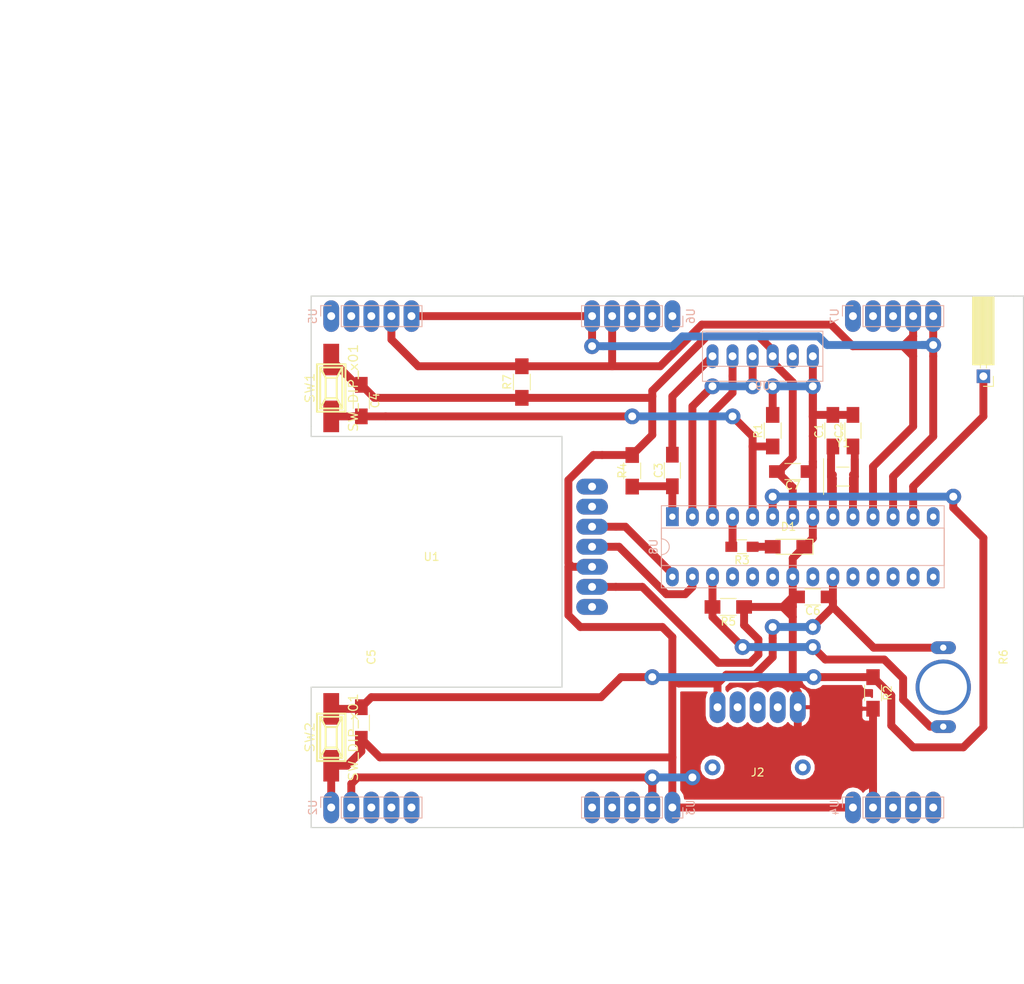
<source format=kicad_pcb>
(kicad_pcb (version 4) (host pcbnew 4.0.6)

  (general
    (links 60)
    (no_connects 0)
    (area 67.080001 7.46 196.925001 133.510001)
    (thickness 1.6)
    (drawings 26)
    (tracks 254)
    (zones 0)
    (modules 29)
    (nets 19)
  )

  (page A4)
  (layers
    (0 F.Cu signal)
    (31 B.Cu signal)
    (32 B.Adhes user)
    (33 F.Adhes user)
    (34 B.Paste user hide)
    (35 F.Paste user hide)
    (36 B.SilkS user hide)
    (37 F.SilkS user)
    (38 B.Mask user)
    (39 F.Mask user hide)
    (40 Dwgs.User user)
    (41 Cmts.User user)
    (42 Eco1.User user)
    (43 Eco2.User user)
    (44 Edge.Cuts user)
    (45 Margin user)
    (46 B.CrtYd user)
    (47 F.CrtYd user)
    (48 B.Fab user)
    (49 F.Fab user)
  )

  (setup
    (last_trace_width 1)
    (user_trace_width 1)
    (user_trace_width 1.2)
    (user_trace_width 1.6)
    (user_trace_width 1.8)
    (trace_clearance 0.5)
    (zone_clearance 0.5)
    (zone_45_only no)
    (trace_min 0.5)
    (segment_width 0.2)
    (edge_width 0.15)
    (via_size 2)
    (via_drill 1)
    (via_min_size 0.4)
    (via_min_drill 0.3)
    (uvia_size 0.3)
    (uvia_drill 0.1)
    (uvias_allowed no)
    (uvia_min_size 0.2)
    (uvia_min_drill 0.1)
    (pcb_text_width 0.3)
    (pcb_text_size 1.5 1.5)
    (mod_edge_width 0.15)
    (mod_text_size 1 1)
    (mod_text_width 0.15)
    (pad_size 1.6 3.2)
    (pad_drill 0.8)
    (pad_to_mask_clearance 0.2)
    (aux_axis_origin 106.68 44.45)
    (visible_elements 7FFFFFFF)
    (pcbplotparams
      (layerselection 0x01800_00000001)
      (usegerberextensions false)
      (excludeedgelayer true)
      (linewidth 0.100000)
      (plotframeref false)
      (viasonmask false)
      (mode 1)
      (useauxorigin true)
      (hpglpennumber 1)
      (hpglpenspeed 20)
      (hpglpendiameter 15)
      (hpglpenoverlay 2)
      (psnegative false)
      (psa4output false)
      (plotreference true)
      (plotvalue true)
      (plotinvisibletext false)
      (padsonsilk false)
      (subtractmaskfromsilk false)
      (outputformat 1)
      (mirror false)
      (drillshape 0)
      (scaleselection 1)
      (outputdirectory gerber))
  )

  (net 0 "")
  (net 1 MAX_IN)
  (net 2 LATCH)
  (net 3 CLK)
  (net 4 SDA)
  (net 5 SCL)
  (net 6 VCC)
  (net 7 GND)
  (net 8 OSC1)
  (net 9 OSC2)
  (net 10 RESET)
  (net 11 SW1)
  (net 12 SW2)
  (net 13 "Net-(D1-Pad2)")
  (net 14 LED)
  (net 15 RX)
  (net 16 TX)
  (net 17 DTR)
  (net 18 PHOTO)

  (net_class Default "Dies ist die voreingestellte Netzklasse."
    (clearance 0.5)
    (trace_width 1)
    (via_dia 2)
    (via_drill 1)
    (uvia_dia 0.3)
    (uvia_drill 0.1)
    (add_net CLK)
    (add_net DTR)
    (add_net GND)
    (add_net LATCH)
    (add_net LED)
    (add_net MAX_IN)
    (add_net "Net-(D1-Pad2)")
    (add_net OSC1)
    (add_net OSC2)
    (add_net PHOTO)
    (add_net RESET)
    (add_net RX)
    (add_net SCL)
    (add_net SDA)
    (add_net SW1)
    (add_net SW2)
    (add_net TX)
    (add_net VCC)
  )

  (net_class 1mm ""
    (clearance 0.5)
    (trace_width 1)
    (via_dia 2)
    (via_drill 1)
    (uvia_dia 0.3)
    (uvia_drill 0.1)
  )

  (module Socket_Strips:Socket_Strip_Angled_1x01_Pitch2.54mm (layer F.Cu) (tedit 597DE67D) (tstamp 597C5703)
    (at 191.77 54.61 270)
    (descr "Through hole angled socket strip, 1x01, 2.54mm pitch, 8.51mm socket length, single row")
    (tags "Through hole angled socket strip THT 1x01 2.54mm single row")
    (path /597B8EB0)
    (fp_text reference J1 (at -4.38 -2.27 270) (layer F.SilkS) hide
      (effects (font (size 1 1) (thickness 0.15)))
    )
    (fp_text value CONN_01X01_MALE (at -4.38 2.27 270) (layer F.Fab)
      (effects (font (size 1 1) (thickness 0.15)))
    )
    (fp_line (start -1.52 -1.27) (end -1.52 1.27) (layer F.Fab) (width 0.1))
    (fp_line (start -1.52 1.27) (end -10.03 1.27) (layer F.Fab) (width 0.1))
    (fp_line (start -10.03 1.27) (end -10.03 -1.27) (layer F.Fab) (width 0.1))
    (fp_line (start -10.03 -1.27) (end -1.52 -1.27) (layer F.Fab) (width 0.1))
    (fp_line (start 0 -0.32) (end 0 0.32) (layer F.Fab) (width 0.1))
    (fp_line (start 0 0.32) (end -1.52 0.32) (layer F.Fab) (width 0.1))
    (fp_line (start -1.52 0.32) (end -1.52 -0.32) (layer F.Fab) (width 0.1))
    (fp_line (start -1.52 -0.32) (end 0 -0.32) (layer F.Fab) (width 0.1))
    (fp_line (start -1.46 -1.33) (end -1.46 1.33) (layer F.SilkS) (width 0.12))
    (fp_line (start -1.46 1.33) (end -10.09 1.33) (layer F.SilkS) (width 0.12))
    (fp_line (start -10.09 1.33) (end -10.09 -1.33) (layer F.SilkS) (width 0.12))
    (fp_line (start -10.09 -1.33) (end -1.46 -1.33) (layer F.SilkS) (width 0.12))
    (fp_line (start -1.46 -1.33) (end -1.46 1.27) (layer F.SilkS) (width 0.12))
    (fp_line (start -1.46 1.27) (end -10.09 1.27) (layer F.SilkS) (width 0.12))
    (fp_line (start -10.09 1.27) (end -10.09 -1.33) (layer F.SilkS) (width 0.12))
    (fp_line (start -10.09 -1.33) (end -1.46 -1.33) (layer F.SilkS) (width 0.12))
    (fp_line (start -1.03 -0.38) (end -1.46 -0.38) (layer F.SilkS) (width 0.12))
    (fp_line (start -1.03 0.38) (end -1.46 0.38) (layer F.SilkS) (width 0.12))
    (fp_line (start -1.46 -1.15) (end -10.09 -1.15) (layer F.SilkS) (width 0.12))
    (fp_line (start -1.46 -1.03) (end -10.09 -1.03) (layer F.SilkS) (width 0.12))
    (fp_line (start -1.46 -0.91) (end -10.09 -0.91) (layer F.SilkS) (width 0.12))
    (fp_line (start -1.46 -0.79) (end -10.09 -0.79) (layer F.SilkS) (width 0.12))
    (fp_line (start -1.46 -0.67) (end -10.09 -0.67) (layer F.SilkS) (width 0.12))
    (fp_line (start -1.46 -0.55) (end -10.09 -0.55) (layer F.SilkS) (width 0.12))
    (fp_line (start -1.46 -0.43) (end -10.09 -0.43) (layer F.SilkS) (width 0.12))
    (fp_line (start -1.46 -0.31) (end -10.09 -0.31) (layer F.SilkS) (width 0.12))
    (fp_line (start -1.46 -0.19) (end -10.09 -0.19) (layer F.SilkS) (width 0.12))
    (fp_line (start -1.46 -0.07) (end -10.09 -0.07) (layer F.SilkS) (width 0.12))
    (fp_line (start -1.46 0.05) (end -10.09 0.05) (layer F.SilkS) (width 0.12))
    (fp_line (start -1.46 0.17) (end -10.09 0.17) (layer F.SilkS) (width 0.12))
    (fp_line (start -1.46 0.29) (end -10.09 0.29) (layer F.SilkS) (width 0.12))
    (fp_line (start -1.46 0.41) (end -10.09 0.41) (layer F.SilkS) (width 0.12))
    (fp_line (start -1.46 0.53) (end -10.09 0.53) (layer F.SilkS) (width 0.12))
    (fp_line (start -1.46 0.65) (end -10.09 0.65) (layer F.SilkS) (width 0.12))
    (fp_line (start -1.46 0.77) (end -10.09 0.77) (layer F.SilkS) (width 0.12))
    (fp_line (start -1.46 0.89) (end -10.09 0.89) (layer F.SilkS) (width 0.12))
    (fp_line (start -1.46 1.01) (end -10.09 1.01) (layer F.SilkS) (width 0.12))
    (fp_line (start -1.46 1.13) (end -10.09 1.13) (layer F.SilkS) (width 0.12))
    (fp_line (start -1.46 1.25) (end -10.09 1.25) (layer F.SilkS) (width 0.12))
    (fp_line (start -1.46 1.37) (end -10.09 1.37) (layer F.SilkS) (width 0.12))
    (fp_line (start 0 -1.27) (end 1.27 -1.27) (layer F.SilkS) (width 0.12))
    (fp_line (start 1.27 -1.27) (end 1.27 0) (layer F.SilkS) (width 0.12))
    (fp_line (start 1.8 -1.8) (end 1.8 1.8) (layer F.CrtYd) (width 0.05))
    (fp_line (start 1.8 1.8) (end -10.55 1.8) (layer F.CrtYd) (width 0.05))
    (fp_line (start -10.55 1.8) (end -10.55 -1.8) (layer F.CrtYd) (width 0.05))
    (fp_line (start -10.55 -1.8) (end 1.8 -1.8) (layer F.CrtYd) (width 0.05))
    (fp_text user %R (at -4.38 -2.27 270) (layer F.Fab) hide
      (effects (font (size 1 1) (thickness 0.15)))
    )
    (pad 1 thru_hole rect (at 0 0 270) (size 1.7 1.7) (drill 1) (layers *.Cu *.Mask)
      (net 1 MAX_IN))
    (model ${KISYS3DMOD}/Socket_Strips.3dshapes/Socket_Strip_Angled_1x01_Pitch2.54mm.wrl
      (at (xyz 0 0 0))
      (scale (xyz 1 1 1))
      (rotate (xyz 0 0 270))
    )
  )

  (module Socket_Strips:Socket_Strip_Straight_1x05_Pitch2.54mm (layer B.Cu) (tedit 58CD5446) (tstamp 597C571C)
    (at 109.22 109.22 270)
    (descr "Through hole straight socket strip, 1x05, 2.54mm pitch, single row")
    (tags "Through hole socket strip THT 1x05 2.54mm single row")
    (path /596A2A6D)
    (fp_text reference U2 (at 0 2.33 270) (layer B.SilkS)
      (effects (font (size 1 1) (thickness 0.15)) (justify mirror))
    )
    (fp_text value MAX7219_IN (at 0 -12.49 270) (layer B.Fab)
      (effects (font (size 1 1) (thickness 0.15)) (justify mirror))
    )
    (fp_line (start -1.27 1.27) (end -1.27 -11.43) (layer B.Fab) (width 0.1))
    (fp_line (start -1.27 -11.43) (end 1.27 -11.43) (layer B.Fab) (width 0.1))
    (fp_line (start 1.27 -11.43) (end 1.27 1.27) (layer B.Fab) (width 0.1))
    (fp_line (start 1.27 1.27) (end -1.27 1.27) (layer B.Fab) (width 0.1))
    (fp_line (start -1.33 -1.27) (end -1.33 -11.49) (layer B.SilkS) (width 0.12))
    (fp_line (start -1.33 -11.49) (end 1.33 -11.49) (layer B.SilkS) (width 0.12))
    (fp_line (start 1.33 -11.49) (end 1.33 -1.27) (layer B.SilkS) (width 0.12))
    (fp_line (start 1.33 -1.27) (end -1.33 -1.27) (layer B.SilkS) (width 0.12))
    (fp_line (start -1.33 0) (end -1.33 1.33) (layer B.SilkS) (width 0.12))
    (fp_line (start -1.33 1.33) (end 0 1.33) (layer B.SilkS) (width 0.12))
    (fp_line (start -1.8 1.8) (end -1.8 -11.95) (layer B.CrtYd) (width 0.05))
    (fp_line (start -1.8 -11.95) (end 1.8 -11.95) (layer B.CrtYd) (width 0.05))
    (fp_line (start 1.8 -11.95) (end 1.8 1.8) (layer B.CrtYd) (width 0.05))
    (fp_line (start 1.8 1.8) (end -1.8 1.8) (layer B.CrtYd) (width 0.05))
    (fp_text user %R (at 0 2.33 270) (layer B.Fab)
      (effects (font (size 1 1) (thickness 0.15)) (justify mirror))
    )
    (pad 1 thru_hole oval (at 0 0 270) (size 4 2) (drill 1) (layers *.Cu *.Mask)
      (net 6 VCC))
    (pad 2 thru_hole oval (at 0 -2.54 270) (size 4 2) (drill 1) (layers *.Cu *.Mask)
      (net 7 GND))
    (pad 3 thru_hole oval (at 0 -5.08 270) (size 4 2) (drill 1) (layers *.Cu *.Mask))
    (pad 4 thru_hole oval (at 0 -7.62 270) (size 4 2) (drill 1) (layers *.Cu *.Mask))
    (pad 5 thru_hole oval (at 0 -10.16 270) (size 4 2) (drill 1) (layers *.Cu *.Mask))
    (model ${KISYS3DMOD}/Socket_Strips.3dshapes/Socket_Strip_Straight_1x05_Pitch2.54mm.wrl
      (at (xyz 0 -0.2 0))
      (scale (xyz 1 1 1))
      (rotate (xyz 0 0 270))
    )
  )

  (module Socket_Strips:Socket_Strip_Straight_1x05_Pitch2.54mm (layer B.Cu) (tedit 58CD5446) (tstamp 597C5725)
    (at 152.4 109.22 90)
    (descr "Through hole straight socket strip, 1x05, 2.54mm pitch, single row")
    (tags "Through hole socket strip THT 1x05 2.54mm single row")
    (path /597B8DED)
    (fp_text reference U3 (at 0 2.33 90) (layer B.SilkS)
      (effects (font (size 1 1) (thickness 0.15)) (justify mirror))
    )
    (fp_text value MAX7219_IN (at 0 -12.49 90) (layer B.Fab)
      (effects (font (size 1 1) (thickness 0.15)) (justify mirror))
    )
    (fp_line (start -1.27 1.27) (end -1.27 -11.43) (layer B.Fab) (width 0.1))
    (fp_line (start -1.27 -11.43) (end 1.27 -11.43) (layer B.Fab) (width 0.1))
    (fp_line (start 1.27 -11.43) (end 1.27 1.27) (layer B.Fab) (width 0.1))
    (fp_line (start 1.27 1.27) (end -1.27 1.27) (layer B.Fab) (width 0.1))
    (fp_line (start -1.33 -1.27) (end -1.33 -11.49) (layer B.SilkS) (width 0.12))
    (fp_line (start -1.33 -11.49) (end 1.33 -11.49) (layer B.SilkS) (width 0.12))
    (fp_line (start 1.33 -11.49) (end 1.33 -1.27) (layer B.SilkS) (width 0.12))
    (fp_line (start 1.33 -1.27) (end -1.33 -1.27) (layer B.SilkS) (width 0.12))
    (fp_line (start -1.33 0) (end -1.33 1.33) (layer B.SilkS) (width 0.12))
    (fp_line (start -1.33 1.33) (end 0 1.33) (layer B.SilkS) (width 0.12))
    (fp_line (start -1.8 1.8) (end -1.8 -11.95) (layer B.CrtYd) (width 0.05))
    (fp_line (start -1.8 -11.95) (end 1.8 -11.95) (layer B.CrtYd) (width 0.05))
    (fp_line (start 1.8 -11.95) (end 1.8 1.8) (layer B.CrtYd) (width 0.05))
    (fp_line (start 1.8 1.8) (end -1.8 1.8) (layer B.CrtYd) (width 0.05))
    (fp_text user %R (at 0 2.33 90) (layer B.Fab)
      (effects (font (size 1 1) (thickness 0.15)) (justify mirror))
    )
    (pad 1 thru_hole oval (at 0 0 90) (size 4 2) (drill 1) (layers *.Cu *.Mask)
      (net 6 VCC))
    (pad 2 thru_hole oval (at 0 -2.54 90) (size 4 2) (drill 1) (layers *.Cu *.Mask)
      (net 7 GND))
    (pad 3 thru_hole oval (at 0 -5.08 90) (size 4 2) (drill 1) (layers *.Cu *.Mask))
    (pad 4 thru_hole oval (at 0 -7.62 90) (size 4 2) (drill 1) (layers *.Cu *.Mask))
    (pad 5 thru_hole oval (at 0 -10.16 90) (size 4 2) (drill 1) (layers *.Cu *.Mask))
    (model ${KISYS3DMOD}/Socket_Strips.3dshapes/Socket_Strip_Straight_1x05_Pitch2.54mm.wrl
      (at (xyz 0 -0.2 0))
      (scale (xyz 1 1 1))
      (rotate (xyz 0 0 270))
    )
  )

  (module Socket_Strips:Socket_Strip_Straight_1x05_Pitch2.54mm (layer B.Cu) (tedit 58CD5446) (tstamp 597C572E)
    (at 175.26 109.22 270)
    (descr "Through hole straight socket strip, 1x05, 2.54mm pitch, single row")
    (tags "Through hole socket strip THT 1x05 2.54mm single row")
    (path /597B8E78)
    (fp_text reference U4 (at 0 2.33 270) (layer B.SilkS)
      (effects (font (size 1 1) (thickness 0.15)) (justify mirror))
    )
    (fp_text value MAX7219_IN (at 0 -12.49 270) (layer B.Fab)
      (effects (font (size 1 1) (thickness 0.15)) (justify mirror))
    )
    (fp_line (start -1.27 1.27) (end -1.27 -11.43) (layer B.Fab) (width 0.1))
    (fp_line (start -1.27 -11.43) (end 1.27 -11.43) (layer B.Fab) (width 0.1))
    (fp_line (start 1.27 -11.43) (end 1.27 1.27) (layer B.Fab) (width 0.1))
    (fp_line (start 1.27 1.27) (end -1.27 1.27) (layer B.Fab) (width 0.1))
    (fp_line (start -1.33 -1.27) (end -1.33 -11.49) (layer B.SilkS) (width 0.12))
    (fp_line (start -1.33 -11.49) (end 1.33 -11.49) (layer B.SilkS) (width 0.12))
    (fp_line (start 1.33 -11.49) (end 1.33 -1.27) (layer B.SilkS) (width 0.12))
    (fp_line (start 1.33 -1.27) (end -1.33 -1.27) (layer B.SilkS) (width 0.12))
    (fp_line (start -1.33 0) (end -1.33 1.33) (layer B.SilkS) (width 0.12))
    (fp_line (start -1.33 1.33) (end 0 1.33) (layer B.SilkS) (width 0.12))
    (fp_line (start -1.8 1.8) (end -1.8 -11.95) (layer B.CrtYd) (width 0.05))
    (fp_line (start -1.8 -11.95) (end 1.8 -11.95) (layer B.CrtYd) (width 0.05))
    (fp_line (start 1.8 -11.95) (end 1.8 1.8) (layer B.CrtYd) (width 0.05))
    (fp_line (start 1.8 1.8) (end -1.8 1.8) (layer B.CrtYd) (width 0.05))
    (fp_text user %R (at 0 2.33 270) (layer B.Fab)
      (effects (font (size 1 1) (thickness 0.15)) (justify mirror))
    )
    (pad 1 thru_hole oval (at 0 0 270) (size 4 2) (drill 1) (layers *.Cu *.Mask)
      (net 6 VCC))
    (pad 2 thru_hole oval (at 0 -2.54 270) (size 4 2) (drill 1) (layers *.Cu *.Mask)
      (net 7 GND))
    (pad 3 thru_hole oval (at 0 -5.08 270) (size 4 2) (drill 1) (layers *.Cu *.Mask))
    (pad 4 thru_hole oval (at 0 -7.62 270) (size 4 2) (drill 1) (layers *.Cu *.Mask))
    (pad 5 thru_hole oval (at 0 -10.16 270) (size 4 2) (drill 1) (layers *.Cu *.Mask))
    (model ${KISYS3DMOD}/Socket_Strips.3dshapes/Socket_Strip_Straight_1x05_Pitch2.54mm.wrl
      (at (xyz 0 -0.2 0))
      (scale (xyz 1 1 1))
      (rotate (xyz 0 0 270))
    )
  )

  (module Socket_Strips:Socket_Strip_Straight_1x05_Pitch2.54mm (layer B.Cu) (tedit 597C7995) (tstamp 597C5737)
    (at 109.22 46.99 270)
    (descr "Through hole straight socket strip, 1x05, 2.54mm pitch, single row")
    (tags "Through hole socket strip THT 1x05 2.54mm single row")
    (path /597B8E8D)
    (fp_text reference U5 (at 0 2.33 270) (layer B.SilkS)
      (effects (font (size 1 1) (thickness 0.15)) (justify mirror))
    )
    (fp_text value MAX7219_IN (at 0 -12.49 270) (layer B.Fab)
      (effects (font (size 1 1) (thickness 0.15)) (justify mirror))
    )
    (fp_line (start -1.27 1.27) (end -1.27 -11.43) (layer B.Fab) (width 0.1))
    (fp_line (start -1.27 -11.43) (end 1.27 -11.43) (layer B.Fab) (width 0.1))
    (fp_line (start 1.27 -11.43) (end 1.27 1.27) (layer B.Fab) (width 0.1))
    (fp_line (start 1.27 1.27) (end -1.27 1.27) (layer B.Fab) (width 0.1))
    (fp_line (start -1.33 -1.27) (end -1.33 -11.49) (layer B.SilkS) (width 0.12))
    (fp_line (start -1.33 -11.49) (end 1.33 -11.49) (layer B.SilkS) (width 0.12))
    (fp_line (start 1.33 -11.49) (end 1.33 -1.27) (layer B.SilkS) (width 0.12))
    (fp_line (start 1.33 -1.27) (end -1.33 -1.27) (layer B.SilkS) (width 0.12))
    (fp_line (start -1.33 0) (end -1.33 1.33) (layer B.SilkS) (width 0.12))
    (fp_line (start -1.33 1.33) (end 0 1.33) (layer B.SilkS) (width 0.12))
    (fp_line (start -1.8 1.8) (end -1.8 -11.95) (layer B.CrtYd) (width 0.05))
    (fp_line (start -1.8 -11.95) (end 1.8 -11.95) (layer B.CrtYd) (width 0.05))
    (fp_line (start 1.8 -11.95) (end 1.8 1.8) (layer B.CrtYd) (width 0.05))
    (fp_line (start 1.8 1.8) (end -1.8 1.8) (layer B.CrtYd) (width 0.05))
    (fp_text user %R (at 0 2.33 270) (layer B.Fab)
      (effects (font (size 1 1) (thickness 0.15)) (justify mirror))
    )
    (pad 1 thru_hole oval (at 0 0 270) (size 4 2) (drill 1) (layers *.Cu *.Mask))
    (pad 2 thru_hole oval (at 0 -2.54 270) (size 4 2) (drill 1) (layers *.Cu *.Mask))
    (pad 3 thru_hole oval (at 0 -5.08 270) (size 4 2) (drill 1) (layers *.Cu *.Mask))
    (pad 4 thru_hole oval (at 0 -7.62 270) (size 4 2) (drill 1) (layers *.Cu *.Mask)
      (net 2 LATCH))
    (pad 5 thru_hole oval (at 0 -10.16 270) (size 4 2) (drill 1) (layers *.Cu *.Mask)
      (net 3 CLK))
    (model ${KISYS3DMOD}/Socket_Strips.3dshapes/Socket_Strip_Straight_1x05_Pitch2.54mm.wrl
      (at (xyz 0 -0.2 0))
      (scale (xyz 1 1 1))
      (rotate (xyz 0 0 270))
    )
  )

  (module Socket_Strips:Socket_Strip_Straight_1x05_Pitch2.54mm (layer B.Cu) (tedit 58CD5446) (tstamp 597C607C)
    (at 152.4 46.99 90)
    (descr "Through hole straight socket strip, 1x05, 2.54mm pitch, single row")
    (tags "Through hole socket strip THT 1x05 2.54mm single row")
    (path /597C60B3)
    (fp_text reference U6 (at 0 2.33 90) (layer B.SilkS)
      (effects (font (size 1 1) (thickness 0.15)) (justify mirror))
    )
    (fp_text value MAX7219_IN (at 0 -12.49 90) (layer B.Fab)
      (effects (font (size 1 1) (thickness 0.15)) (justify mirror))
    )
    (fp_line (start -1.27 1.27) (end -1.27 -11.43) (layer B.Fab) (width 0.1))
    (fp_line (start -1.27 -11.43) (end 1.27 -11.43) (layer B.Fab) (width 0.1))
    (fp_line (start 1.27 -11.43) (end 1.27 1.27) (layer B.Fab) (width 0.1))
    (fp_line (start 1.27 1.27) (end -1.27 1.27) (layer B.Fab) (width 0.1))
    (fp_line (start -1.33 -1.27) (end -1.33 -11.49) (layer B.SilkS) (width 0.12))
    (fp_line (start -1.33 -11.49) (end 1.33 -11.49) (layer B.SilkS) (width 0.12))
    (fp_line (start 1.33 -11.49) (end 1.33 -1.27) (layer B.SilkS) (width 0.12))
    (fp_line (start 1.33 -1.27) (end -1.33 -1.27) (layer B.SilkS) (width 0.12))
    (fp_line (start -1.33 0) (end -1.33 1.33) (layer B.SilkS) (width 0.12))
    (fp_line (start -1.33 1.33) (end 0 1.33) (layer B.SilkS) (width 0.12))
    (fp_line (start -1.8 1.8) (end -1.8 -11.95) (layer B.CrtYd) (width 0.05))
    (fp_line (start -1.8 -11.95) (end 1.8 -11.95) (layer B.CrtYd) (width 0.05))
    (fp_line (start 1.8 -11.95) (end 1.8 1.8) (layer B.CrtYd) (width 0.05))
    (fp_line (start 1.8 1.8) (end -1.8 1.8) (layer B.CrtYd) (width 0.05))
    (fp_text user %R (at 0 2.33 90) (layer B.Fab)
      (effects (font (size 1 1) (thickness 0.15)) (justify mirror))
    )
    (pad 1 thru_hole oval (at 0 0 90) (size 4 2) (drill 1) (layers *.Cu *.Mask))
    (pad 2 thru_hole oval (at 0 -2.54 90) (size 4 2) (drill 1) (layers *.Cu *.Mask))
    (pad 3 thru_hole oval (at 0 -5.08 90) (size 4 2) (drill 1) (layers *.Cu *.Mask))
    (pad 4 thru_hole oval (at 0 -7.62 90) (size 4 2) (drill 1) (layers *.Cu *.Mask)
      (net 2 LATCH))
    (pad 5 thru_hole oval (at 0 -10.16 90) (size 4 2) (drill 1) (layers *.Cu *.Mask)
      (net 3 CLK))
    (model ${KISYS3DMOD}/Socket_Strips.3dshapes/Socket_Strip_Straight_1x05_Pitch2.54mm.wrl
      (at (xyz 0 -0.2 0))
      (scale (xyz 1 1 1))
      (rotate (xyz 0 0 270))
    )
  )

  (module Socket_Strips:Socket_Strip_Straight_1x05_Pitch2.54mm (layer B.Cu) (tedit 58CD5446) (tstamp 597C6085)
    (at 175.26 46.99 270)
    (descr "Through hole straight socket strip, 1x05, 2.54mm pitch, single row")
    (tags "Through hole socket strip THT 1x05 2.54mm single row")
    (path /597C60C8)
    (fp_text reference U7 (at 0 2.33 270) (layer B.SilkS)
      (effects (font (size 1 1) (thickness 0.15)) (justify mirror))
    )
    (fp_text value MAX7219_IN (at 0 -12.49 270) (layer B.Fab)
      (effects (font (size 1 1) (thickness 0.15)) (justify mirror))
    )
    (fp_line (start -1.27 1.27) (end -1.27 -11.43) (layer B.Fab) (width 0.1))
    (fp_line (start -1.27 -11.43) (end 1.27 -11.43) (layer B.Fab) (width 0.1))
    (fp_line (start 1.27 -11.43) (end 1.27 1.27) (layer B.Fab) (width 0.1))
    (fp_line (start 1.27 1.27) (end -1.27 1.27) (layer B.Fab) (width 0.1))
    (fp_line (start -1.33 -1.27) (end -1.33 -11.49) (layer B.SilkS) (width 0.12))
    (fp_line (start -1.33 -11.49) (end 1.33 -11.49) (layer B.SilkS) (width 0.12))
    (fp_line (start 1.33 -11.49) (end 1.33 -1.27) (layer B.SilkS) (width 0.12))
    (fp_line (start 1.33 -1.27) (end -1.33 -1.27) (layer B.SilkS) (width 0.12))
    (fp_line (start -1.33 0) (end -1.33 1.33) (layer B.SilkS) (width 0.12))
    (fp_line (start -1.33 1.33) (end 0 1.33) (layer B.SilkS) (width 0.12))
    (fp_line (start -1.8 1.8) (end -1.8 -11.95) (layer B.CrtYd) (width 0.05))
    (fp_line (start -1.8 -11.95) (end 1.8 -11.95) (layer B.CrtYd) (width 0.05))
    (fp_line (start 1.8 -11.95) (end 1.8 1.8) (layer B.CrtYd) (width 0.05))
    (fp_line (start 1.8 1.8) (end -1.8 1.8) (layer B.CrtYd) (width 0.05))
    (fp_text user %R (at 0 2.33 270) (layer B.Fab)
      (effects (font (size 1 1) (thickness 0.15)) (justify mirror))
    )
    (pad 1 thru_hole oval (at 0 0 270) (size 4 2) (drill 1) (layers *.Cu *.Mask))
    (pad 2 thru_hole oval (at 0 -2.54 270) (size 4 2) (drill 1) (layers *.Cu *.Mask))
    (pad 3 thru_hole oval (at 0 -5.08 270) (size 4 2) (drill 1) (layers *.Cu *.Mask))
    (pad 4 thru_hole oval (at 0 -7.62 270) (size 4 2) (drill 1) (layers *.Cu *.Mask)
      (net 2 LATCH))
    (pad 5 thru_hole oval (at 0 -10.16 270) (size 4 2) (drill 1) (layers *.Cu *.Mask)
      (net 3 CLK))
    (model ${KISYS3DMOD}/Socket_Strips.3dshapes/Socket_Strip_Straight_1x05_Pitch2.54mm.wrl
      (at (xyz 0 -0.2 0))
      (scale (xyz 1 1 1))
      (rotate (xyz 0 0 270))
    )
  )

  (module Capacitors_SMD:C_1206_HandSoldering (layer F.Cu) (tedit 58AA84D1) (tstamp 598F1998)
    (at 113.03 57.69 270)
    (descr "Capacitor SMD 1206, hand soldering")
    (tags "capacitor 1206")
    (path /598F6208)
    (attr smd)
    (fp_text reference C4 (at 0 -1.75 270) (layer F.SilkS)
      (effects (font (size 1 1) (thickness 0.15)))
    )
    (fp_text value 100nF (at 0 2 270) (layer F.Fab)
      (effects (font (size 1 1) (thickness 0.15)))
    )
    (fp_text user %R (at 0 -1.75 270) (layer F.Fab)
      (effects (font (size 1 1) (thickness 0.15)))
    )
    (fp_line (start -1.6 0.8) (end -1.6 -0.8) (layer F.Fab) (width 0.1))
    (fp_line (start 1.6 0.8) (end -1.6 0.8) (layer F.Fab) (width 0.1))
    (fp_line (start 1.6 -0.8) (end 1.6 0.8) (layer F.Fab) (width 0.1))
    (fp_line (start -1.6 -0.8) (end 1.6 -0.8) (layer F.Fab) (width 0.1))
    (fp_line (start 1 -1.02) (end -1 -1.02) (layer F.SilkS) (width 0.12))
    (fp_line (start -1 1.02) (end 1 1.02) (layer F.SilkS) (width 0.12))
    (fp_line (start -3.25 -1.05) (end 3.25 -1.05) (layer F.CrtYd) (width 0.05))
    (fp_line (start -3.25 -1.05) (end -3.25 1.05) (layer F.CrtYd) (width 0.05))
    (fp_line (start 3.25 1.05) (end 3.25 -1.05) (layer F.CrtYd) (width 0.05))
    (fp_line (start 3.25 1.05) (end -3.25 1.05) (layer F.CrtYd) (width 0.05))
    (pad 1 smd rect (at -2 0 270) (size 2 1.6) (layers F.Cu F.Paste F.Mask)
      (net 6 VCC))
    (pad 2 smd rect (at 2 0 270) (size 2 1.6) (layers F.Cu F.Paste F.Mask)
      (net 11 SW1))
    (model Capacitors_SMD.3dshapes/C_1206.wrl
      (at (xyz 0 0 0))
      (scale (xyz 1 1 1))
      (rotate (xyz 0 0 0))
    )
  )

  (module Capacitors_SMD:C_1206_HandSoldering (layer F.Cu) (tedit 58AA84D1) (tstamp 598F199E)
    (at 113.03 98.52 270)
    (descr "Capacitor SMD 1206, hand soldering")
    (tags "capacitor 1206")
    (path /598F6A52)
    (attr smd)
    (fp_text reference C5 (at -8.35 -1.27 270) (layer F.SilkS)
      (effects (font (size 1 1) (thickness 0.15)))
    )
    (fp_text value 100nF (at -7.08 1.27 270) (layer F.Fab)
      (effects (font (size 1 1) (thickness 0.15)))
    )
    (fp_text user %R (at -5.81 -1.27 270) (layer F.Fab)
      (effects (font (size 1 1) (thickness 0.15)))
    )
    (fp_line (start -1.6 0.8) (end -1.6 -0.8) (layer F.Fab) (width 0.1))
    (fp_line (start 1.6 0.8) (end -1.6 0.8) (layer F.Fab) (width 0.1))
    (fp_line (start 1.6 -0.8) (end 1.6 0.8) (layer F.Fab) (width 0.1))
    (fp_line (start -1.6 -0.8) (end 1.6 -0.8) (layer F.Fab) (width 0.1))
    (fp_line (start 1 -1.02) (end -1 -1.02) (layer F.SilkS) (width 0.12))
    (fp_line (start -1 1.02) (end 1 1.02) (layer F.SilkS) (width 0.12))
    (fp_line (start -3.25 -1.05) (end 3.25 -1.05) (layer F.CrtYd) (width 0.05))
    (fp_line (start -3.25 -1.05) (end -3.25 1.05) (layer F.CrtYd) (width 0.05))
    (fp_line (start 3.25 1.05) (end 3.25 -1.05) (layer F.CrtYd) (width 0.05))
    (fp_line (start 3.25 1.05) (end -3.25 1.05) (layer F.CrtYd) (width 0.05))
    (pad 1 smd rect (at -2 0 270) (size 2 1.6) (layers F.Cu F.Paste F.Mask)
      (net 12 SW2))
    (pad 2 smd rect (at 2 0 270) (size 2 1.6) (layers F.Cu F.Paste F.Mask)
      (net 6 VCC))
    (model Capacitors_SMD.3dshapes/C_1206.wrl
      (at (xyz 0 0 0))
      (scale (xyz 1 1 1))
      (rotate (xyz 0 0 0))
    )
  )

  (module LEDs:LED_1206_HandSoldering (layer F.Cu) (tedit 595FC724) (tstamp 598F19A4)
    (at 167.1 76.2 180)
    (descr "LED SMD 1206, hand soldering")
    (tags "LED 1206")
    (path /598F0345)
    (attr smd)
    (fp_text reference D1 (at 0 2.54 180) (layer F.SilkS)
      (effects (font (size 1 1) (thickness 0.15)))
    )
    (fp_text value LED (at 0 1.9 180) (layer F.Fab)
      (effects (font (size 1 1) (thickness 0.15)))
    )
    (fp_line (start -3.1 -0.95) (end -3.1 0.95) (layer F.SilkS) (width 0.12))
    (fp_line (start -0.4 0) (end 0.2 -0.4) (layer F.Fab) (width 0.1))
    (fp_line (start 0.2 -0.4) (end 0.2 0.4) (layer F.Fab) (width 0.1))
    (fp_line (start 0.2 0.4) (end -0.4 0) (layer F.Fab) (width 0.1))
    (fp_line (start -0.45 -0.4) (end -0.45 0.4) (layer F.Fab) (width 0.1))
    (fp_line (start -1.6 0.8) (end -1.6 -0.8) (layer F.Fab) (width 0.1))
    (fp_line (start 1.6 0.8) (end -1.6 0.8) (layer F.Fab) (width 0.1))
    (fp_line (start 1.6 -0.8) (end 1.6 0.8) (layer F.Fab) (width 0.1))
    (fp_line (start -1.6 -0.8) (end 1.6 -0.8) (layer F.Fab) (width 0.1))
    (fp_line (start -3.1 0.95) (end 1.6 0.95) (layer F.SilkS) (width 0.12))
    (fp_line (start -3.1 -0.95) (end 1.6 -0.95) (layer F.SilkS) (width 0.12))
    (fp_line (start -3.25 -1.11) (end 3.25 -1.11) (layer F.CrtYd) (width 0.05))
    (fp_line (start -3.25 -1.11) (end -3.25 1.1) (layer F.CrtYd) (width 0.05))
    (fp_line (start 3.25 1.1) (end 3.25 -1.11) (layer F.CrtYd) (width 0.05))
    (fp_line (start 3.25 1.1) (end -3.25 1.1) (layer F.CrtYd) (width 0.05))
    (pad 1 smd rect (at -2 0 180) (size 2 1.7) (layers F.Cu F.Paste F.Mask)
      (net 7 GND))
    (pad 2 smd rect (at 2 0 180) (size 2 1.7) (layers F.Cu F.Paste F.Mask)
      (net 13 "Net-(D1-Pad2)"))
    (model ${KISYS3DMOD}/LEDs.3dshapes/LED_1206.wrl
      (at (xyz 0 0 0))
      (scale (xyz 1 1 1))
      (rotate (xyz 0 0 180))
    )
  )

  (module Resistors_SMD:R_1206_HandSoldering (layer F.Cu) (tedit 58E0A804) (tstamp 598F19B9)
    (at 165.1 61.5 90)
    (descr "Resistor SMD 1206, hand soldering")
    (tags "resistor 1206")
    (path /598F638D)
    (attr smd)
    (fp_text reference R1 (at 0 -1.85 90) (layer F.SilkS)
      (effects (font (size 1 1) (thickness 0.15)))
    )
    (fp_text value 10k (at 0 1.9 90) (layer F.Fab)
      (effects (font (size 1 1) (thickness 0.15)))
    )
    (fp_text user %R (at 0 0 90) (layer F.Fab)
      (effects (font (size 0.7 0.7) (thickness 0.105)))
    )
    (fp_line (start -1.6 0.8) (end -1.6 -0.8) (layer F.Fab) (width 0.1))
    (fp_line (start 1.6 0.8) (end -1.6 0.8) (layer F.Fab) (width 0.1))
    (fp_line (start 1.6 -0.8) (end 1.6 0.8) (layer F.Fab) (width 0.1))
    (fp_line (start -1.6 -0.8) (end 1.6 -0.8) (layer F.Fab) (width 0.1))
    (fp_line (start 1 1.07) (end -1 1.07) (layer F.SilkS) (width 0.12))
    (fp_line (start -1 -1.07) (end 1 -1.07) (layer F.SilkS) (width 0.12))
    (fp_line (start -3.25 -1.11) (end 3.25 -1.11) (layer F.CrtYd) (width 0.05))
    (fp_line (start -3.25 -1.11) (end -3.25 1.1) (layer F.CrtYd) (width 0.05))
    (fp_line (start 3.25 1.1) (end 3.25 -1.11) (layer F.CrtYd) (width 0.05))
    (fp_line (start 3.25 1.1) (end -3.25 1.1) (layer F.CrtYd) (width 0.05))
    (pad 1 smd rect (at -2 0 90) (size 2 1.7) (layers F.Cu F.Paste F.Mask)
      (net 11 SW1))
    (pad 2 smd rect (at 2 0 90) (size 2 1.7) (layers F.Cu F.Paste F.Mask)
      (net 7 GND))
    (model ${KISYS3DMOD}/Resistors_SMD.3dshapes/R_1206.wrl
      (at (xyz 0 0 0))
      (scale (xyz 1 1 1))
      (rotate (xyz 0 0 0))
    )
  )

  (module Resistors_SMD:R_1206_HandSoldering (layer F.Cu) (tedit 58E0A804) (tstamp 598F19BF)
    (at 177.8 94.71 270)
    (descr "Resistor SMD 1206, hand soldering")
    (tags "resistor 1206")
    (path /598F6A5C)
    (attr smd)
    (fp_text reference R2 (at 0 -1.85 270) (layer F.SilkS)
      (effects (font (size 1 1) (thickness 0.15)))
    )
    (fp_text value 10k (at 0 1.9 270) (layer F.Fab)
      (effects (font (size 1 1) (thickness 0.15)))
    )
    (fp_text user %R (at 0 0 270) (layer F.Fab)
      (effects (font (size 0.7 0.7) (thickness 0.105)))
    )
    (fp_line (start -1.6 0.8) (end -1.6 -0.8) (layer F.Fab) (width 0.1))
    (fp_line (start 1.6 0.8) (end -1.6 0.8) (layer F.Fab) (width 0.1))
    (fp_line (start 1.6 -0.8) (end 1.6 0.8) (layer F.Fab) (width 0.1))
    (fp_line (start -1.6 -0.8) (end 1.6 -0.8) (layer F.Fab) (width 0.1))
    (fp_line (start 1 1.07) (end -1 1.07) (layer F.SilkS) (width 0.12))
    (fp_line (start -1 -1.07) (end 1 -1.07) (layer F.SilkS) (width 0.12))
    (fp_line (start -3.25 -1.11) (end 3.25 -1.11) (layer F.CrtYd) (width 0.05))
    (fp_line (start -3.25 -1.11) (end -3.25 1.1) (layer F.CrtYd) (width 0.05))
    (fp_line (start 3.25 1.1) (end 3.25 -1.11) (layer F.CrtYd) (width 0.05))
    (fp_line (start 3.25 1.1) (end -3.25 1.1) (layer F.CrtYd) (width 0.05))
    (pad 1 smd rect (at -2 0 270) (size 2 1.7) (layers F.Cu F.Paste F.Mask)
      (net 12 SW2))
    (pad 2 smd rect (at 2 0 270) (size 2 1.7) (layers F.Cu F.Paste F.Mask)
      (net 7 GND))
    (model ${KISYS3DMOD}/Resistors_SMD.3dshapes/R_1206.wrl
      (at (xyz 0 0 0))
      (scale (xyz 1 1 1))
      (rotate (xyz 0 0 0))
    )
  )

  (module Resistors_SMD:R_0805_HandSoldering (layer F.Cu) (tedit 58E0A804) (tstamp 598F19C5)
    (at 161.21 76.2 180)
    (descr "Resistor SMD 0805, hand soldering")
    (tags "resistor 0805")
    (path /598EFE16)
    (attr smd)
    (fp_text reference R3 (at 0 -1.7 180) (layer F.SilkS)
      (effects (font (size 1 1) (thickness 0.15)))
    )
    (fp_text value R_LED (at 0 1.75 180) (layer F.Fab)
      (effects (font (size 1 1) (thickness 0.15)))
    )
    (fp_text user %R (at 0 0 180) (layer F.Fab)
      (effects (font (size 0.5 0.5) (thickness 0.075)))
    )
    (fp_line (start -1 0.62) (end -1 -0.62) (layer F.Fab) (width 0.1))
    (fp_line (start 1 0.62) (end -1 0.62) (layer F.Fab) (width 0.1))
    (fp_line (start 1 -0.62) (end 1 0.62) (layer F.Fab) (width 0.1))
    (fp_line (start -1 -0.62) (end 1 -0.62) (layer F.Fab) (width 0.1))
    (fp_line (start 0.6 0.88) (end -0.6 0.88) (layer F.SilkS) (width 0.12))
    (fp_line (start -0.6 -0.88) (end 0.6 -0.88) (layer F.SilkS) (width 0.12))
    (fp_line (start -2.35 -0.9) (end 2.35 -0.9) (layer F.CrtYd) (width 0.05))
    (fp_line (start -2.35 -0.9) (end -2.35 0.9) (layer F.CrtYd) (width 0.05))
    (fp_line (start 2.35 0.9) (end 2.35 -0.9) (layer F.CrtYd) (width 0.05))
    (fp_line (start 2.35 0.9) (end -2.35 0.9) (layer F.CrtYd) (width 0.05))
    (pad 1 smd rect (at -1.35 0 180) (size 1.5 1.3) (layers F.Cu F.Paste F.Mask)
      (net 13 "Net-(D1-Pad2)"))
    (pad 2 smd rect (at 1.35 0 180) (size 1.5 1.3) (layers F.Cu F.Paste F.Mask)
      (net 14 LED))
    (model ${KISYS3DMOD}/Resistors_SMD.3dshapes/R_0805.wrl
      (at (xyz 0 0 0))
      (scale (xyz 1 1 1))
      (rotate (xyz 0 0 0))
    )
  )

  (module Housings_DIP:DIP-28_W7.62mm_Socket_LongPads (layer B.Cu) (tedit 598F1EB7) (tstamp 598F19F5)
    (at 152.4 72.39 270)
    (descr "28-lead dip package, row spacing 7.62 mm (300 mils), Socket, LongPads")
    (tags "DIL DIP PDIP 2.54mm 7.62mm 300mil Socket LongPads")
    (path /598DF1B2)
    (fp_text reference U8 (at 3.81 2.39 270) (layer B.SilkS)
      (effects (font (size 1 1) (thickness 0.15)) (justify mirror))
    )
    (fp_text value ATMEGA328P-PU (at 3.81 -35.41 270) (layer B.Fab)
      (effects (font (size 1 1) (thickness 0.15)) (justify mirror))
    )
    (fp_text user %R (at 3.81 -16.51 270) (layer B.Fab)
      (effects (font (size 1 1) (thickness 0.15)) (justify mirror))
    )
    (fp_line (start 1.635 1.27) (end 6.985 1.27) (layer B.Fab) (width 0.1))
    (fp_line (start 6.985 1.27) (end 6.985 -34.29) (layer B.Fab) (width 0.1))
    (fp_line (start 6.985 -34.29) (end 0.635 -34.29) (layer B.Fab) (width 0.1))
    (fp_line (start 0.635 -34.29) (end 0.635 0.27) (layer B.Fab) (width 0.1))
    (fp_line (start 0.635 0.27) (end 1.635 1.27) (layer B.Fab) (width 0.1))
    (fp_line (start -1.27 1.27) (end -1.27 -34.29) (layer B.Fab) (width 0.1))
    (fp_line (start -1.27 -34.29) (end 8.89 -34.29) (layer B.Fab) (width 0.1))
    (fp_line (start 8.89 -34.29) (end 8.89 1.27) (layer B.Fab) (width 0.1))
    (fp_line (start 8.89 1.27) (end -1.27 1.27) (layer B.Fab) (width 0.1))
    (fp_line (start 2.81 1.39) (end 1.44 1.39) (layer B.SilkS) (width 0.12))
    (fp_line (start 1.44 1.39) (end 1.44 -34.41) (layer B.SilkS) (width 0.12))
    (fp_line (start 1.44 -34.41) (end 6.18 -34.41) (layer B.SilkS) (width 0.12))
    (fp_line (start 6.18 -34.41) (end 6.18 1.39) (layer B.SilkS) (width 0.12))
    (fp_line (start 6.18 1.39) (end 4.81 1.39) (layer B.SilkS) (width 0.12))
    (fp_line (start -1.39 1.39) (end -1.39 -34.41) (layer B.SilkS) (width 0.12))
    (fp_line (start -1.39 -34.41) (end 9.01 -34.41) (layer B.SilkS) (width 0.12))
    (fp_line (start 9.01 -34.41) (end 9.01 1.39) (layer B.SilkS) (width 0.12))
    (fp_line (start 9.01 1.39) (end -1.39 1.39) (layer B.SilkS) (width 0.12))
    (fp_line (start -1.7 1.7) (end -1.7 -34.7) (layer B.CrtYd) (width 0.05))
    (fp_line (start -1.7 -34.7) (end 9.3 -34.7) (layer B.CrtYd) (width 0.05))
    (fp_line (start 9.3 -34.7) (end 9.3 1.7) (layer B.CrtYd) (width 0.05))
    (fp_line (start 9.3 1.7) (end -1.7 1.7) (layer B.CrtYd) (width 0.05))
    (fp_arc (start 3.81 1.39) (end 2.81 1.39) (angle 180) (layer B.SilkS) (width 0.12))
    (pad 1 thru_hole rect (at 0 0 270) (size 2.4 1.6) (drill 0.8) (layers *.Cu *.Mask)
      (net 10 RESET))
    (pad 15 thru_hole oval (at 7.62 -33.02 270) (size 2.4 1.6) (drill 0.8) (layers *.Cu *.Mask))
    (pad 2 thru_hole oval (at 0 -2.54 270) (size 2.4 1.6) (drill 0.8) (layers *.Cu *.Mask)
      (net 15 RX))
    (pad 16 thru_hole oval (at 7.62 -30.48 270) (size 2.4 1.6) (drill 0.8) (layers *.Cu *.Mask))
    (pad 3 thru_hole oval (at 0 -5.08 270) (size 2.4 1.6) (drill 0.8) (layers *.Cu *.Mask)
      (net 16 TX))
    (pad 17 thru_hole oval (at 7.62 -27.94 270) (size 2.4 1.6) (drill 0.8) (layers *.Cu *.Mask))
    (pad 4 thru_hole oval (at 0 -7.62 270) (size 2.4 1.6) (drill 0.8) (layers *.Cu *.Mask)
      (net 14 LED))
    (pad 18 thru_hole oval (at 7.62 -25.4 270) (size 2.4 1.6) (drill 0.8) (layers *.Cu *.Mask))
    (pad 5 thru_hole oval (at 0 -10.16 270) (size 2.4 1.6) (drill 0.8) (layers *.Cu *.Mask)
      (net 11 SW1))
    (pad 19 thru_hole oval (at 7.62 -22.86 270) (size 2.4 1.6) (drill 0.8) (layers *.Cu *.Mask))
    (pad 6 thru_hole oval (at 0 -12.7 270) (size 2.4 1.6) (drill 0.8) (layers *.Cu *.Mask)
      (net 12 SW2))
    (pad 20 thru_hole oval (at 7.62 -20.32 270) (size 2.4 1.6) (drill 0.8) (layers *.Cu *.Mask)
      (net 6 VCC))
    (pad 7 thru_hole oval (at 0 -15.24 270) (size 2.4 1.6) (drill 0.8) (layers *.Cu *.Mask)
      (net 6 VCC))
    (pad 21 thru_hole oval (at 7.62 -17.78 270) (size 2.4 1.6) (drill 0.8) (layers *.Cu *.Mask))
    (pad 8 thru_hole oval (at 0 -17.78 270) (size 2.4 1.6) (drill 0.8) (layers *.Cu *.Mask)
      (net 7 GND))
    (pad 22 thru_hole oval (at 7.62 -15.24 270) (size 2.4 1.6) (drill 0.8) (layers *.Cu *.Mask)
      (net 7 GND))
    (pad 9 thru_hole oval (at 0 -20.32 270) (size 2.4 1.6) (drill 0.8) (layers *.Cu *.Mask)
      (net 8 OSC1))
    (pad 23 thru_hole oval (at 7.62 -12.7 270) (size 2.4 1.6) (drill 0.8) (layers *.Cu *.Mask))
    (pad 10 thru_hole oval (at 0 -22.86 270) (size 2.4 1.6) (drill 0.8) (layers *.Cu *.Mask)
      (net 9 OSC2))
    (pad 24 thru_hole oval (at 7.62 -10.16 270) (size 2.4 1.6) (drill 0.8) (layers *.Cu *.Mask))
    (pad 11 thru_hole oval (at 0 -25.4 270) (size 2.4 1.6) (drill 0.8) (layers *.Cu *.Mask)
      (net 2 LATCH))
    (pad 25 thru_hole oval (at 7.62 -7.62 270) (size 2.4 1.6) (drill 0.8) (layers *.Cu *.Mask))
    (pad 12 thru_hole oval (at 0 -27.94 270) (size 2.4 1.6) (drill 0.8) (layers *.Cu *.Mask)
      (net 3 CLK))
    (pad 26 thru_hole oval (at 7.62 -5.08 270) (size 2.4 1.6) (drill 0.8) (layers *.Cu *.Mask)
      (net 18 PHOTO))
    (pad 13 thru_hole oval (at 0 -30.48 270) (size 2.4 1.6) (drill 0.8) (layers *.Cu *.Mask)
      (net 1 MAX_IN))
    (pad 27 thru_hole oval (at 7.62 -2.54 270) (size 2.4 1.6) (drill 0.8) (layers *.Cu *.Mask)
      (net 4 SDA))
    (pad 14 thru_hole oval (at 0 -33.02 270) (size 2.4 1.6) (drill 0.8) (layers *.Cu *.Mask))
    (pad 28 thru_hole oval (at 7.62 0 270) (size 2.4 1.6) (drill 0.8) (layers *.Cu *.Mask)
      (net 5 SCL))
    (model ${KISYS3DMOD}/Housings_DIP.3dshapes/DIP-28_W7.62mm_Socket_LongPads.wrl
      (at (xyz 0 0 0))
      (scale (xyz 1 1 1))
      (rotate (xyz 0 0 0))
    )
  )

  (module Connectors:PINHEAD1-6 (layer B.Cu) (tedit 0) (tstamp 598F19FF)
    (at 157.48 52.07)
    (path /598E1785)
    (fp_text reference U9 (at 6.35 3.75) (layer B.SilkS)
      (effects (font (size 1 1) (thickness 0.15)) (justify mirror))
    )
    (fp_text value FTDI1232 (at 6.35 -3.81) (layer B.Fab)
      (effects (font (size 1 1) (thickness 0.15)) (justify mirror))
    )
    (fp_line (start 6.35 -3.17) (end 13.97 -3.17) (layer B.SilkS) (width 0.12))
    (fp_line (start 6.35 1.27) (end 13.97 1.27) (layer B.SilkS) (width 0.12))
    (fp_line (start 6.35 3.17) (end 13.97 3.17) (layer B.SilkS) (width 0.12))
    (fp_line (start -1.27 3.17) (end -1.27 -3.17) (layer B.SilkS) (width 0.12))
    (fp_line (start 13.97 3.17) (end 13.97 -3.17) (layer B.SilkS) (width 0.12))
    (fp_line (start 6.35 1.27) (end -1.27 1.27) (layer B.SilkS) (width 0.12))
    (fp_line (start -1.27 3.17) (end 6.35 3.17) (layer B.SilkS) (width 0.12))
    (fp_line (start 6.35 -3.17) (end -1.27 -3.17) (layer B.SilkS) (width 0.12))
    (fp_line (start -1.52 3.42) (end 14.22 3.42) (layer B.CrtYd) (width 0.05))
    (fp_line (start -1.52 3.42) (end -1.52 -3.42) (layer B.CrtYd) (width 0.05))
    (fp_line (start 14.22 -3.42) (end 14.22 3.42) (layer B.CrtYd) (width 0.05))
    (fp_line (start 14.22 -3.42) (end -1.52 -3.42) (layer B.CrtYd) (width 0.05))
    (pad 1 thru_hole oval (at 0 0) (size 1.51 3.01) (drill 1) (layers *.Cu *.Mask)
      (net 17 DTR))
    (pad 2 thru_hole oval (at 2.54 0) (size 1.51 3.01) (drill 1) (layers *.Cu *.Mask)
      (net 16 TX))
    (pad 3 thru_hole oval (at 5.08 0) (size 1.51 3.01) (drill 1) (layers *.Cu *.Mask)
      (net 15 RX))
    (pad 4 thru_hole oval (at 7.62 0) (size 1.51 3.01) (drill 1) (layers *.Cu *.Mask)
      (net 6 VCC))
    (pad 5 thru_hole oval (at 10.16 0) (size 1.51 3.01) (drill 1) (layers *.Cu *.Mask))
    (pad 6 thru_hole oval (at 12.7 0) (size 1.51 3.01) (drill 1) (layers *.Cu *.Mask)
      (net 7 GND))
  )

  (module PongClock:TINY_RTC_RIGHT (layer F.Cu) (tedit 599994DE) (tstamp 598F1C4F)
    (at 121.92 76.2)
    (path /598F1A94)
    (fp_text reference U1 (at 0 1.27) (layer F.SilkS)
      (effects (font (size 1 1) (thickness 0.15)))
    )
    (fp_text value TinyRTC_I2C_RIGHT (at 0 -2.54) (layer F.Fab)
      (effects (font (size 1 1) (thickness 0.15)))
    )
    (fp_line (start 12.7 -8.89) (end 12.7 8.89) (layer F.CrtYd) (width 0.15))
    (fp_line (start 12.7 8.89) (end 17.78 8.89) (layer F.CrtYd) (width 0.15))
    (fp_line (start 17.78 8.89) (end 17.78 -8.89) (layer F.CrtYd) (width 0.15))
    (fp_line (start 17.78 -8.89) (end 12.7 -8.89) (layer F.CrtYd) (width 0.15))
    (fp_line (start -15.24 -12.7) (end 11.43 -12.7) (layer F.CrtYd) (width 0.15))
    (fp_line (start -15.24 15.24) (end 11.43 15.24) (layer F.CrtYd) (width 0.15))
    (fp_line (start -15.24 -12.7) (end -15.24 15.24) (layer F.CrtYd) (width 0.15))
    (fp_line (start 11.43 15.24) (end 11.43 -12.7) (layer F.CrtYd) (width 0.15))
    (pad 1 thru_hole oval (at 20.32 -7.62) (size 4 2) (drill 1) (layers *.Cu *.Mask))
    (pad 2 thru_hole oval (at 20.32 -5.08) (size 4 2) (drill 1) (layers *.Cu *.Mask))
    (pad 3 thru_hole oval (at 20.32 -2.54) (size 4 2) (drill 1) (layers *.Cu *.Mask)
      (net 5 SCL))
    (pad 4 thru_hole oval (at 20.32 0) (size 4 2) (drill 1) (layers *.Cu *.Mask)
      (net 4 SDA))
    (pad 5 thru_hole oval (at 20.32 2.54) (size 4 2) (drill 1) (layers *.Cu *.Mask)
      (net 6 VCC))
    (pad 6 thru_hole oval (at 20.32 5.08) (size 4 2) (drill 1) (layers *.Cu *.Mask)
      (net 7 GND))
    (pad 7 thru_hole oval (at 20.32 7.62) (size 4 2) (drill 1) (layers *.Cu *.Mask))
  )

  (module Crystals:Resonator_SMD_muRata_CDSCB-2pin_4.5x2.0mm_HandSoldering (layer F.Cu) (tedit 58CD2E9E) (tstamp 598F1CC5)
    (at 173.99 67.31)
    (descr "SMD Resomator/Filter Murata CDSCB, http://cdn-reichelt.de/documents/datenblatt/B400/SFECV-107.pdf, hand-soldering, 4.5x2.0mm^2 package")
    (tags "SMD SMT ceramic resonator filter filter hand-soldering")
    (path /598F2D1C)
    (attr smd)
    (fp_text reference Y1 (at 0 -4.25) (layer F.SilkS)
      (effects (font (size 1 1) (thickness 0.15)))
    )
    (fp_text value Crystal (at 0 4.25) (layer F.Fab)
      (effects (font (size 1 1) (thickness 0.15)))
    )
    (fp_text user %R (at 0 0) (layer F.Fab)
      (effects (font (size 1 1) (thickness 0.15)))
    )
    (fp_line (start -2.25 -1) (end -2.25 1) (layer F.Fab) (width 0.1))
    (fp_line (start -2.25 1) (end 2.25 1) (layer F.Fab) (width 0.1))
    (fp_line (start 2.25 1) (end 2.25 -1) (layer F.Fab) (width 0.1))
    (fp_line (start 2.25 -1) (end -2.25 -1) (layer F.Fab) (width 0.1))
    (fp_line (start -2.25 0) (end -1.25 1) (layer F.Fab) (width 0.1))
    (fp_line (start -0.8 -1.2) (end 0.8 -1.2) (layer F.SilkS) (width 0.12))
    (fp_line (start -0.8 1.2) (end 0.8 1.2) (layer F.SilkS) (width 0.12))
    (fp_line (start -2.45 -2.275) (end -2.45 2.275) (layer F.SilkS) (width 0.12))
    (fp_line (start -2.5 -3.5) (end -2.5 3.5) (layer F.CrtYd) (width 0.05))
    (fp_line (start -2.5 3.5) (end 2.5 3.5) (layer F.CrtYd) (width 0.05))
    (fp_line (start 2.5 3.5) (end 2.5 -3.5) (layer F.CrtYd) (width 0.05))
    (fp_line (start 2.5 -3.5) (end -2.5 -3.5) (layer F.CrtYd) (width 0.05))
    (pad 1 smd rect (at -1.5 0) (size 1 4.55) (layers F.Cu F.Paste F.Mask)
      (net 8 OSC1))
    (pad 2 smd rect (at 1.5 0) (size 1 4.55) (layers F.Cu F.Paste F.Mask)
      (net 9 OSC2))
    (model ${KISYS3DMOD}/Crystals.3dshapes/Resonator_SMD_muRata_CDSCB-2pin_4.5x2.0mm_HandSoldering.wrl
      (at (xyz 0 0 0))
      (scale (xyz 1 1 1))
      (rotate (xyz 0 0 0))
    )
  )

  (module Resistors_SMD:R_1206_HandSoldering (layer F.Cu) (tedit 58E0A804) (tstamp 598F9387)
    (at 147.32 66.58 270)
    (descr "Resistor SMD 1206, hand soldering")
    (tags "resistor 1206")
    (path /598FD057)
    (attr smd)
    (fp_text reference R4 (at 0 1.27 270) (layer F.SilkS)
      (effects (font (size 1 1) (thickness 0.15)))
    )
    (fp_text value 10k (at 0 1.9 270) (layer F.Fab)
      (effects (font (size 1 1) (thickness 0.15)))
    )
    (fp_text user %R (at 0 0 270) (layer F.Fab)
      (effects (font (size 0.7 0.7) (thickness 0.105)))
    )
    (fp_line (start -1.6 0.8) (end -1.6 -0.8) (layer F.Fab) (width 0.1))
    (fp_line (start 1.6 0.8) (end -1.6 0.8) (layer F.Fab) (width 0.1))
    (fp_line (start 1.6 -0.8) (end 1.6 0.8) (layer F.Fab) (width 0.1))
    (fp_line (start -1.6 -0.8) (end 1.6 -0.8) (layer F.Fab) (width 0.1))
    (fp_line (start 1 1.07) (end -1 1.07) (layer F.SilkS) (width 0.12))
    (fp_line (start -1 -1.07) (end 1 -1.07) (layer F.SilkS) (width 0.12))
    (fp_line (start -3.25 -1.11) (end 3.25 -1.11) (layer F.CrtYd) (width 0.05))
    (fp_line (start -3.25 -1.11) (end -3.25 1.1) (layer F.CrtYd) (width 0.05))
    (fp_line (start 3.25 1.1) (end 3.25 -1.11) (layer F.CrtYd) (width 0.05))
    (fp_line (start 3.25 1.1) (end -3.25 1.1) (layer F.CrtYd) (width 0.05))
    (pad 1 smd rect (at -2 0 270) (size 2 1.7) (layers F.Cu F.Paste F.Mask)
      (net 6 VCC))
    (pad 2 smd rect (at 2 0 270) (size 2 1.7) (layers F.Cu F.Paste F.Mask)
      (net 10 RESET))
    (model ${KISYS3DMOD}/Resistors_SMD.3dshapes/R_1206.wrl
      (at (xyz 0 0 0))
      (scale (xyz 1 1 1))
      (rotate (xyz 0 0 0))
    )
  )

  (module PongClock:USB_BOARD (layer F.Cu) (tedit 5999A3EB) (tstamp 59932716)
    (at 173.355 106.68 180)
    (path /598EE15E)
    (fp_text reference J2 (at 10.16 1.905 180) (layer F.SilkS)
      (effects (font (size 1 1) (thickness 0.15)))
    )
    (fp_text value MY_USB_OTG (at 10.16 -0.635 180) (layer F.Fab)
      (effects (font (size 1 1) (thickness 0.15)))
    )
    (fp_line (start 3.175 11.43) (end 3.175 -3.81) (layer F.CrtYd) (width 0.15))
    (fp_line (start 17.145 -3.81) (end 17.145 11.43) (layer F.CrtYd) (width 0.15))
    (fp_line (start 3.175 11.43) (end 17.145 11.43) (layer F.CrtYd) (width 0.15))
    (fp_line (start 17.145 -3.81) (end 3.175 -3.81) (layer F.CrtYd) (width 0.15))
    (pad 5 thru_hole oval (at 5.08 10.16 180) (size 2 4) (drill 1) (layers *.Cu *.Mask)
      (net 7 GND))
    (pad 4 thru_hole oval (at 7.62 10.16 180) (size 2 4) (drill 1) (layers *.Cu *.Mask))
    (pad 3 thru_hole oval (at 10.16 10.16 180) (size 2 4) (drill 1) (layers *.Cu *.Mask))
    (pad 2 thru_hole oval (at 12.7 10.16 180) (size 2 4) (drill 1) (layers *.Cu *.Mask))
    (pad 1 thru_hole oval (at 15.24 10.16 180) (size 2 4) (drill 1) (layers *.Cu *.Mask)
      (net 6 VCC))
    (pad "" np_thru_hole circle (at 15.875 2.54 180) (size 2 2) (drill 1) (layers *.Cu *.Mask))
    (pad 6 thru_hole circle (at 4.445 2.54 180) (size 2 2) (drill 1) (layers *.Cu *.Mask))
  )

  (module mod_switch:smd_push (layer F.Cu) (tedit 599999ED) (tstamp 59932A83)
    (at 109.22 56.09082 90)
    (descr "SMD Pushbutton")
    (path /59933064)
    (autoplace_cost180 10)
    (fp_text reference SW1 (at 0 -2.70002 90) (layer F.SilkS)
      (effects (font (size 1.143 1.27) (thickness 0.1524)))
    )
    (fp_text value SW_DIP_x01 (at 0 2.79908 90) (layer F.SilkS)
      (effects (font (size 1.143 1.27) (thickness 0.1524)))
    )
    (fp_line (start 1.30048 -0.70104) (end 2.60096 -1.39954) (layer F.SilkS) (width 0.254))
    (fp_line (start 1.30048 0.70104) (end 2.60096 1.39954) (layer F.SilkS) (width 0.254))
    (fp_line (start -1.30048 0.70104) (end -2.60096 1.39954) (layer F.SilkS) (width 0.254))
    (fp_line (start -2.60096 -1.39954) (end -1.30048 -0.70104) (layer F.SilkS) (width 0.254))
    (fp_line (start -2.60096 -1.39954) (end 2.60096 -1.39954) (layer F.SilkS) (width 0.254))
    (fp_line (start 2.60096 -1.39954) (end 2.60096 1.39954) (layer F.SilkS) (width 0.254))
    (fp_line (start 2.60096 1.39954) (end -2.60096 1.39954) (layer F.SilkS) (width 0.254))
    (fp_line (start -2.60096 1.39954) (end -2.60096 -1.39954) (layer F.SilkS) (width 0.254))
    (fp_line (start -1.30048 -0.70104) (end 1.30048 -0.70104) (layer F.SilkS) (width 0.254))
    (fp_line (start 1.30048 -0.70104) (end 1.30048 0.70104) (layer F.SilkS) (width 0.254))
    (fp_line (start 1.30048 0.70104) (end -1.30048 0.70104) (layer F.SilkS) (width 0.254))
    (fp_line (start -1.30048 0.70104) (end -1.30048 -0.70104) (layer F.SilkS) (width 0.254))
    (fp_line (start -2.99974 -1.80086) (end 2.99974 -1.80086) (layer F.SilkS) (width 0.254))
    (fp_line (start 2.99974 -1.80086) (end 2.99974 1.80086) (layer F.SilkS) (width 0.254))
    (fp_line (start 2.99974 1.80086) (end -2.99974 1.80086) (layer F.SilkS) (width 0.254))
    (fp_line (start -2.99974 1.80086) (end -2.99974 -1.80086) (layer F.SilkS) (width 0.254))
    (pad 1 smd rect (at -3.59918 0 90) (size 4 2) (layers F.Cu F.Paste F.Mask)
      (net 11 SW1))
    (pad 2 smd rect (at 3.59918 0 90) (size 4 2) (layers F.Cu F.Paste F.Mask)
      (net 6 VCC))
    (model walter/switch/smd_push.wrl
      (at (xyz 0 0 0))
      (scale (xyz 1 1 1))
      (rotate (xyz 0 0 0))
    )
  )

  (module mod_switch:smd_push (layer F.Cu) (tedit 59999737) (tstamp 59932A89)
    (at 109.22 100.33 90)
    (descr "SMD Pushbutton")
    (path /599332E9)
    (autoplace_cost180 10)
    (fp_text reference SW2 (at 0 -2.70002 90) (layer F.SilkS)
      (effects (font (size 1.143 1.27) (thickness 0.1524)))
    )
    (fp_text value SW_DIP_x01 (at 0 2.79908 90) (layer F.SilkS)
      (effects (font (size 1.143 1.27) (thickness 0.1524)))
    )
    (fp_line (start 1.30048 -0.70104) (end 2.60096 -1.39954) (layer F.SilkS) (width 0.254))
    (fp_line (start 1.30048 0.70104) (end 2.60096 1.39954) (layer F.SilkS) (width 0.254))
    (fp_line (start -1.30048 0.70104) (end -2.60096 1.39954) (layer F.SilkS) (width 0.254))
    (fp_line (start -2.60096 -1.39954) (end -1.30048 -0.70104) (layer F.SilkS) (width 0.254))
    (fp_line (start -2.60096 -1.39954) (end 2.60096 -1.39954) (layer F.SilkS) (width 0.254))
    (fp_line (start 2.60096 -1.39954) (end 2.60096 1.39954) (layer F.SilkS) (width 0.254))
    (fp_line (start 2.60096 1.39954) (end -2.60096 1.39954) (layer F.SilkS) (width 0.254))
    (fp_line (start -2.60096 1.39954) (end -2.60096 -1.39954) (layer F.SilkS) (width 0.254))
    (fp_line (start -1.30048 -0.70104) (end 1.30048 -0.70104) (layer F.SilkS) (width 0.254))
    (fp_line (start 1.30048 -0.70104) (end 1.30048 0.70104) (layer F.SilkS) (width 0.254))
    (fp_line (start 1.30048 0.70104) (end -1.30048 0.70104) (layer F.SilkS) (width 0.254))
    (fp_line (start -1.30048 0.70104) (end -1.30048 -0.70104) (layer F.SilkS) (width 0.254))
    (fp_line (start -2.99974 -1.80086) (end 2.99974 -1.80086) (layer F.SilkS) (width 0.254))
    (fp_line (start 2.99974 -1.80086) (end 2.99974 1.80086) (layer F.SilkS) (width 0.254))
    (fp_line (start 2.99974 1.80086) (end -2.99974 1.80086) (layer F.SilkS) (width 0.254))
    (fp_line (start -2.99974 1.80086) (end -2.99974 -1.80086) (layer F.SilkS) (width 0.254))
    (pad 1 smd rect (at -3.59918 0 90) (size 4 2) (layers F.Cu F.Paste F.Mask)
      (net 6 VCC))
    (pad 2 smd rect (at 3.59918 0 90) (size 4 2) (layers F.Cu F.Paste F.Mask)
      (net 12 SW2))
    (model walter/switch/smd_push.wrl
      (at (xyz 0 0 0))
      (scale (xyz 1 1 1))
      (rotate (xyz 0 0 0))
    )
  )

  (module Capacitors_SMD:C_1206_HandSoldering (layer F.Cu) (tedit 5999A873) (tstamp 5999A80E)
    (at 152.4 66.54 90)
    (descr "Capacitor SMD 1206, hand soldering")
    (tags "capacitor 1206")
    (path /598E395B)
    (attr smd)
    (fp_text reference C3 (at 0 -1.75 90) (layer F.SilkS)
      (effects (font (size 1 1) (thickness 0.15)))
    )
    (fp_text value 10uF (at 0 2 90) (layer F.Fab)
      (effects (font (size 1 1) (thickness 0.15)))
    )
    (fp_text user %R (at 0 -1.75 90) (layer F.Fab)
      (effects (font (size 1 1) (thickness 0.15)))
    )
    (fp_line (start -1.6 0.8) (end -1.6 -0.8) (layer F.Fab) (width 0.1))
    (fp_line (start 1.6 0.8) (end -1.6 0.8) (layer F.Fab) (width 0.1))
    (fp_line (start 1.6 -0.8) (end 1.6 0.8) (layer F.Fab) (width 0.1))
    (fp_line (start -1.6 -0.8) (end 1.6 -0.8) (layer F.Fab) (width 0.1))
    (fp_line (start 1 -1.02) (end -1 -1.02) (layer F.SilkS) (width 0.12))
    (fp_line (start -1 1.02) (end 1 1.02) (layer F.SilkS) (width 0.12))
    (fp_line (start -3.25 -1.05) (end 3.25 -1.05) (layer F.CrtYd) (width 0.05))
    (fp_line (start -3.25 -1.05) (end -3.25 1.05) (layer F.CrtYd) (width 0.05))
    (fp_line (start 3.25 1.05) (end 3.25 -1.05) (layer F.CrtYd) (width 0.05))
    (fp_line (start 3.25 1.05) (end -3.25 1.05) (layer F.CrtYd) (width 0.05))
    (pad 1 smd rect (at -2 0 90) (size 2 1.6) (layers F.Cu F.Paste F.Mask)
      (net 10 RESET))
    (pad 2 smd rect (at 2 0 90) (size 2 1.6) (layers F.Cu F.Paste F.Mask)
      (net 17 DTR))
    (model Capacitors_SMD.3dshapes/C_1206.wrl
      (at (xyz 0 0 0))
      (scale (xyz 1 1 1))
      (rotate (xyz 0 0 0))
    )
  )

  (module Resistors_SMD:R_1206_HandSoldering (layer F.Cu) (tedit 58E0A804) (tstamp 5999B671)
    (at 159.48 83.82 180)
    (descr "Resistor SMD 1206, hand soldering")
    (tags "resistor 1206")
    (path /5999D838)
    (attr smd)
    (fp_text reference R5 (at 0 -1.85 180) (layer F.SilkS)
      (effects (font (size 1 1) (thickness 0.15)))
    )
    (fp_text value 10k (at 0 1.9 180) (layer F.Fab)
      (effects (font (size 1 1) (thickness 0.15)))
    )
    (fp_text user %R (at 0 0 180) (layer F.Fab)
      (effects (font (size 0.7 0.7) (thickness 0.105)))
    )
    (fp_line (start -1.6 0.8) (end -1.6 -0.8) (layer F.Fab) (width 0.1))
    (fp_line (start 1.6 0.8) (end -1.6 0.8) (layer F.Fab) (width 0.1))
    (fp_line (start 1.6 -0.8) (end 1.6 0.8) (layer F.Fab) (width 0.1))
    (fp_line (start -1.6 -0.8) (end 1.6 -0.8) (layer F.Fab) (width 0.1))
    (fp_line (start 1 1.07) (end -1 1.07) (layer F.SilkS) (width 0.12))
    (fp_line (start -1 -1.07) (end 1 -1.07) (layer F.SilkS) (width 0.12))
    (fp_line (start -3.25 -1.11) (end 3.25 -1.11) (layer F.CrtYd) (width 0.05))
    (fp_line (start -3.25 -1.11) (end -3.25 1.1) (layer F.CrtYd) (width 0.05))
    (fp_line (start 3.25 1.1) (end 3.25 -1.11) (layer F.CrtYd) (width 0.05))
    (fp_line (start 3.25 1.1) (end -3.25 1.1) (layer F.CrtYd) (width 0.05))
    (pad 1 smd rect (at -2 0 180) (size 2 1.7) (layers F.Cu F.Paste F.Mask)
      (net 7 GND))
    (pad 2 smd rect (at 2 0 180) (size 2 1.7) (layers F.Cu F.Paste F.Mask)
      (net 18 PHOTO))
    (model ${KISYS3DMOD}/Resistors_SMD.3dshapes/R_1206.wrl
      (at (xyz 0 0 0))
      (scale (xyz 1 1 1))
      (rotate (xyz 0 0 0))
    )
  )

  (module PongClock:MY_PHOTO_RESITOR (layer F.Cu) (tedit 5999BA74) (tstamp 5999B678)
    (at 186.69 93.98 270)
    (path /5999D738)
    (fp_text reference R6 (at -3.81 -7.62 270) (layer F.SilkS)
      (effects (font (size 1 1) (thickness 0.15)))
    )
    (fp_text value R_PHOTO (at 1.27 -7.62 270) (layer F.Fab)
      (effects (font (size 1 1) (thickness 0.15)))
    )
    (pad "" np_thru_hole circle (at 0 0 270) (size 7 7) (drill 6) (layers *.Cu *.Mask))
    (pad 2 thru_hole oval (at 5 0 270) (size 1.6 3.2) (drill 0.8) (layers *.Cu *.Mask)
      (net 18 PHOTO))
    (pad 1 thru_hole oval (at -5 0 270) (size 1.6 3.2) (drill 0.8) (layers *.Cu *.Mask)
      (net 6 VCC))
  )

  (module Capacitors_SMD:C_1206_HandSoldering (layer F.Cu) (tedit 58AA84D1) (tstamp 599B35A0)
    (at 172.72 61.5 90)
    (descr "Capacitor SMD 1206, hand soldering")
    (tags "capacitor 1206")
    (path /598E090A)
    (attr smd)
    (fp_text reference C1 (at 0 -1.75 90) (layer F.SilkS)
      (effects (font (size 1 1) (thickness 0.15)))
    )
    (fp_text value 22pF (at 0 2 90) (layer F.Fab)
      (effects (font (size 1 1) (thickness 0.15)))
    )
    (fp_text user %R (at 0 -1.75 90) (layer F.Fab)
      (effects (font (size 1 1) (thickness 0.15)))
    )
    (fp_line (start -1.6 0.8) (end -1.6 -0.8) (layer F.Fab) (width 0.1))
    (fp_line (start 1.6 0.8) (end -1.6 0.8) (layer F.Fab) (width 0.1))
    (fp_line (start 1.6 -0.8) (end 1.6 0.8) (layer F.Fab) (width 0.1))
    (fp_line (start -1.6 -0.8) (end 1.6 -0.8) (layer F.Fab) (width 0.1))
    (fp_line (start 1 -1.02) (end -1 -1.02) (layer F.SilkS) (width 0.12))
    (fp_line (start -1 1.02) (end 1 1.02) (layer F.SilkS) (width 0.12))
    (fp_line (start -3.25 -1.05) (end 3.25 -1.05) (layer F.CrtYd) (width 0.05))
    (fp_line (start -3.25 -1.05) (end -3.25 1.05) (layer F.CrtYd) (width 0.05))
    (fp_line (start 3.25 1.05) (end 3.25 -1.05) (layer F.CrtYd) (width 0.05))
    (fp_line (start 3.25 1.05) (end -3.25 1.05) (layer F.CrtYd) (width 0.05))
    (pad 1 smd rect (at -2 0 90) (size 2 1.6) (layers F.Cu F.Paste F.Mask)
      (net 8 OSC1))
    (pad 2 smd rect (at 2 0 90) (size 2 1.6) (layers F.Cu F.Paste F.Mask)
      (net 7 GND))
    (model Capacitors_SMD.3dshapes/C_1206.wrl
      (at (xyz 0 0 0))
      (scale (xyz 1 1 1))
      (rotate (xyz 0 0 0))
    )
  )

  (module Capacitors_SMD:C_1206_HandSoldering (layer F.Cu) (tedit 58AA84D1) (tstamp 599B35A6)
    (at 175.26 61.5 90)
    (descr "Capacitor SMD 1206, hand soldering")
    (tags "capacitor 1206")
    (path /598E0A25)
    (attr smd)
    (fp_text reference C2 (at 0 -1.75 90) (layer F.SilkS)
      (effects (font (size 1 1) (thickness 0.15)))
    )
    (fp_text value 22pF (at 0 2 90) (layer F.Fab)
      (effects (font (size 1 1) (thickness 0.15)))
    )
    (fp_text user %R (at 0 -1.75 90) (layer F.Fab)
      (effects (font (size 1 1) (thickness 0.15)))
    )
    (fp_line (start -1.6 0.8) (end -1.6 -0.8) (layer F.Fab) (width 0.1))
    (fp_line (start 1.6 0.8) (end -1.6 0.8) (layer F.Fab) (width 0.1))
    (fp_line (start 1.6 -0.8) (end 1.6 0.8) (layer F.Fab) (width 0.1))
    (fp_line (start -1.6 -0.8) (end 1.6 -0.8) (layer F.Fab) (width 0.1))
    (fp_line (start 1 -1.02) (end -1 -1.02) (layer F.SilkS) (width 0.12))
    (fp_line (start -1 1.02) (end 1 1.02) (layer F.SilkS) (width 0.12))
    (fp_line (start -3.25 -1.05) (end 3.25 -1.05) (layer F.CrtYd) (width 0.05))
    (fp_line (start -3.25 -1.05) (end -3.25 1.05) (layer F.CrtYd) (width 0.05))
    (fp_line (start 3.25 1.05) (end 3.25 -1.05) (layer F.CrtYd) (width 0.05))
    (fp_line (start 3.25 1.05) (end -3.25 1.05) (layer F.CrtYd) (width 0.05))
    (pad 1 smd rect (at -2 0 90) (size 2 1.6) (layers F.Cu F.Paste F.Mask)
      (net 9 OSC2))
    (pad 2 smd rect (at 2 0 90) (size 2 1.6) (layers F.Cu F.Paste F.Mask)
      (net 7 GND))
    (model Capacitors_SMD.3dshapes/C_1206.wrl
      (at (xyz 0 0 0))
      (scale (xyz 1 1 1))
      (rotate (xyz 0 0 0))
    )
  )

  (module Capacitors_SMD:C_1206_HandSoldering (layer F.Cu) (tedit 58AA84D1) (tstamp 599B35AC)
    (at 170.18 82.55 180)
    (descr "Capacitor SMD 1206, hand soldering")
    (tags "capacitor 1206")
    (path /599B512B)
    (attr smd)
    (fp_text reference C6 (at 0 -1.75 180) (layer F.SilkS)
      (effects (font (size 1 1) (thickness 0.15)))
    )
    (fp_text value 100nF (at 0 2 180) (layer F.Fab)
      (effects (font (size 1 1) (thickness 0.15)))
    )
    (fp_text user %R (at 0 -1.75 180) (layer F.Fab)
      (effects (font (size 1 1) (thickness 0.15)))
    )
    (fp_line (start -1.6 0.8) (end -1.6 -0.8) (layer F.Fab) (width 0.1))
    (fp_line (start 1.6 0.8) (end -1.6 0.8) (layer F.Fab) (width 0.1))
    (fp_line (start 1.6 -0.8) (end 1.6 0.8) (layer F.Fab) (width 0.1))
    (fp_line (start -1.6 -0.8) (end 1.6 -0.8) (layer F.Fab) (width 0.1))
    (fp_line (start 1 -1.02) (end -1 -1.02) (layer F.SilkS) (width 0.12))
    (fp_line (start -1 1.02) (end 1 1.02) (layer F.SilkS) (width 0.12))
    (fp_line (start -3.25 -1.05) (end 3.25 -1.05) (layer F.CrtYd) (width 0.05))
    (fp_line (start -3.25 -1.05) (end -3.25 1.05) (layer F.CrtYd) (width 0.05))
    (fp_line (start 3.25 1.05) (end 3.25 -1.05) (layer F.CrtYd) (width 0.05))
    (fp_line (start 3.25 1.05) (end -3.25 1.05) (layer F.CrtYd) (width 0.05))
    (pad 1 smd rect (at -2 0 180) (size 2 1.6) (layers F.Cu F.Paste F.Mask)
      (net 6 VCC))
    (pad 2 smd rect (at 2 0 180) (size 2 1.6) (layers F.Cu F.Paste F.Mask)
      (net 7 GND))
    (model Capacitors_SMD.3dshapes/C_1206.wrl
      (at (xyz 0 0 0))
      (scale (xyz 1 1 1))
      (rotate (xyz 0 0 0))
    )
  )

  (module Capacitors_SMD:C_1206_HandSoldering (layer F.Cu) (tedit 58AA84D1) (tstamp 599B35B2)
    (at 167.64 66.675 180)
    (descr "Capacitor SMD 1206, hand soldering")
    (tags "capacitor 1206")
    (path /599B371F)
    (attr smd)
    (fp_text reference C7 (at 0 -1.75 180) (layer F.SilkS)
      (effects (font (size 1 1) (thickness 0.15)))
    )
    (fp_text value 100nF (at 0 2 180) (layer F.Fab)
      (effects (font (size 1 1) (thickness 0.15)))
    )
    (fp_text user %R (at 0 -1.75 180) (layer F.Fab)
      (effects (font (size 1 1) (thickness 0.15)))
    )
    (fp_line (start -1.6 0.8) (end -1.6 -0.8) (layer F.Fab) (width 0.1))
    (fp_line (start 1.6 0.8) (end -1.6 0.8) (layer F.Fab) (width 0.1))
    (fp_line (start 1.6 -0.8) (end 1.6 0.8) (layer F.Fab) (width 0.1))
    (fp_line (start -1.6 -0.8) (end 1.6 -0.8) (layer F.Fab) (width 0.1))
    (fp_line (start 1 -1.02) (end -1 -1.02) (layer F.SilkS) (width 0.12))
    (fp_line (start -1 1.02) (end 1 1.02) (layer F.SilkS) (width 0.12))
    (fp_line (start -3.25 -1.05) (end 3.25 -1.05) (layer F.CrtYd) (width 0.05))
    (fp_line (start -3.25 -1.05) (end -3.25 1.05) (layer F.CrtYd) (width 0.05))
    (fp_line (start 3.25 1.05) (end 3.25 -1.05) (layer F.CrtYd) (width 0.05))
    (fp_line (start 3.25 1.05) (end -3.25 1.05) (layer F.CrtYd) (width 0.05))
    (pad 1 smd rect (at -2 0 180) (size 2 1.6) (layers F.Cu F.Paste F.Mask)
      (net 7 GND))
    (pad 2 smd rect (at 2 0 180) (size 2 1.6) (layers F.Cu F.Paste F.Mask)
      (net 6 VCC))
    (model Capacitors_SMD.3dshapes/C_1206.wrl
      (at (xyz 0 0 0))
      (scale (xyz 1 1 1))
      (rotate (xyz 0 0 0))
    )
  )

  (module Resistors_SMD:R_1206_HandSoldering (layer F.Cu) (tedit 58E0A804) (tstamp 59AAC7E0)
    (at 133.35 55.34 90)
    (descr "Resistor SMD 1206, hand soldering")
    (tags "resistor 1206")
    (path /59AAD1C5)
    (attr smd)
    (fp_text reference R7 (at 0 -1.85 90) (layer F.SilkS)
      (effects (font (size 1 1) (thickness 0.15)))
    )
    (fp_text value 10k (at 0 1.9 90) (layer F.Fab)
      (effects (font (size 1 1) (thickness 0.15)))
    )
    (fp_text user %R (at 0 0 90) (layer F.Fab)
      (effects (font (size 0.7 0.7) (thickness 0.105)))
    )
    (fp_line (start -1.6 0.8) (end -1.6 -0.8) (layer F.Fab) (width 0.1))
    (fp_line (start 1.6 0.8) (end -1.6 0.8) (layer F.Fab) (width 0.1))
    (fp_line (start 1.6 -0.8) (end 1.6 0.8) (layer F.Fab) (width 0.1))
    (fp_line (start -1.6 -0.8) (end 1.6 -0.8) (layer F.Fab) (width 0.1))
    (fp_line (start 1 1.07) (end -1 1.07) (layer F.SilkS) (width 0.12))
    (fp_line (start -1 -1.07) (end 1 -1.07) (layer F.SilkS) (width 0.12))
    (fp_line (start -3.25 -1.11) (end 3.25 -1.11) (layer F.CrtYd) (width 0.05))
    (fp_line (start -3.25 -1.11) (end -3.25 1.1) (layer F.CrtYd) (width 0.05))
    (fp_line (start 3.25 1.1) (end 3.25 -1.11) (layer F.CrtYd) (width 0.05))
    (fp_line (start 3.25 1.1) (end -3.25 1.1) (layer F.CrtYd) (width 0.05))
    (pad 1 smd rect (at -2 0 90) (size 2 1.7) (layers F.Cu F.Paste F.Mask)
      (net 6 VCC))
    (pad 2 smd rect (at 2 0 90) (size 2 1.7) (layers F.Cu F.Paste F.Mask)
      (net 2 LATCH))
    (model ${KISYS3DMOD}/Resistors_SMD.3dshapes/R_1206.wrl
      (at (xyz 0 0 0))
      (scale (xyz 1 1 1))
      (rotate (xyz 0 0 0))
    )
  )

  (dimension 17.78 (width 0.3) (layer Eco1.User)
    (gr_text "17,780 mm" (at 95.17 53.34 90) (layer Eco1.User)
      (effects (font (size 1.5 1.5) (thickness 0.3)))
    )
    (feature1 (pts (xy 105.41 44.45) (xy 93.82 44.45)))
    (feature2 (pts (xy 105.41 62.23) (xy 93.82 62.23)))
    (crossbar (pts (xy 96.52 62.23) (xy 96.52 44.45)))
    (arrow1a (pts (xy 96.52 44.45) (xy 97.106421 45.576504)))
    (arrow1b (pts (xy 96.52 44.45) (xy 95.933579 45.576504)))
    (arrow2a (pts (xy 96.52 62.23) (xy 97.106421 61.103496)))
    (arrow2b (pts (xy 96.52 62.23) (xy 95.933579 61.103496)))
  )
  (gr_line (start 138.43 62.23) (end 138.43 93.98) (layer Edge.Cuts) (width 0.15))
  (gr_line (start 106.68 62.23) (end 106.68 60.96) (layer Edge.Cuts) (width 0.15))
  (dimension 17.78 (width 0.3) (layer Eco1.User)
    (gr_text "17,780 mm" (at 95.17 102.87 90) (layer Eco1.User)
      (effects (font (size 1.5 1.5) (thickness 0.3)))
    )
    (feature1 (pts (xy 105.41 93.98) (xy 93.82 93.98)))
    (feature2 (pts (xy 105.41 111.76) (xy 93.82 111.76)))
    (crossbar (pts (xy 96.52 111.76) (xy 96.52 93.98)))
    (arrow1a (pts (xy 96.52 93.98) (xy 97.106421 95.106504)))
    (arrow1b (pts (xy 96.52 93.98) (xy 95.933579 95.106504)))
    (arrow2a (pts (xy 96.52 111.76) (xy 97.106421 110.633496)))
    (arrow2b (pts (xy 96.52 111.76) (xy 95.933579 110.633496)))
  )
  (gr_line (start 196.85 44.45) (end 195.58 44.45) (layer Edge.Cuts) (width 0.15))
  (gr_line (start 196.85 111.76) (end 195.58 111.76) (layer Edge.Cuts) (width 0.15))
  (dimension 67.31 (width 0.3) (layer Eco1.User)
    (gr_text "67,310 mm" (at 73.58 78.105 90) (layer Eco1.User)
      (effects (font (size 1.5 1.5) (thickness 0.3)))
    )
    (feature1 (pts (xy 105.41 44.45) (xy 72.23 44.45)))
    (feature2 (pts (xy 105.41 111.76) (xy 72.23 111.76)))
    (crossbar (pts (xy 74.93 111.76) (xy 74.93 44.45)))
    (arrow1a (pts (xy 74.93 44.45) (xy 75.516421 45.576504)))
    (arrow1b (pts (xy 74.93 44.45) (xy 74.343579 45.576504)))
    (arrow2a (pts (xy 74.93 111.76) (xy 75.516421 110.633496)))
    (arrow2b (pts (xy 74.93 111.76) (xy 74.343579 110.633496)))
  )
  (gr_line (start 196.85 44.45) (end 196.85 111.76) (layer Edge.Cuts) (width 0.15))
  (gr_line (start 106.68 44.45) (end 106.68 60.96) (layer Edge.Cuts) (width 0.15))
  (gr_line (start 106.68 111.76) (end 106.68 93.98) (layer Edge.Cuts) (width 0.15))
  (gr_line (start 106.68 111.76) (end 195.58 111.76) (layer Edge.Cuts) (width 0.15))
  (gr_line (start 106.68 44.45) (end 195.58 44.45) (layer Edge.Cuts) (width 0.15))
  (gr_line (start 106.68 93.98) (end 138.43 93.98) (angle 90) (layer Edge.Cuts) (width 0.15))
  (gr_line (start 138.43 62.23) (end 106.68 62.23) (angle 90) (layer Edge.Cuts) (width 0.15))
  (dimension 87.63 (width 0.3) (layer Eco1.User)
    (gr_text "87,630 mm" (at 151.765 132.16) (layer Eco1.User)
      (effects (font (size 1.5 1.5) (thickness 0.3)))
    )
    (feature1 (pts (xy 107.95 114.3) (xy 107.95 133.51)))
    (feature2 (pts (xy 195.58 114.3) (xy 195.58 133.51)))
    (crossbar (pts (xy 195.58 130.81) (xy 107.95 130.81)))
    (arrow1a (pts (xy 107.95 130.81) (xy 109.076504 130.223579)))
    (arrow1b (pts (xy 107.95 130.81) (xy 109.076504 131.396421)))
    (arrow2a (pts (xy 195.58 130.81) (xy 194.453496 130.223579)))
    (arrow2b (pts (xy 195.58 130.81) (xy 194.453496 131.396421)))
  )
  (dimension 16.51 (width 0.3) (layer Eco1.User)
    (gr_text "16,510 mm" (at 187.325 8.81) (layer Eco1.User)
      (effects (font (size 1.5 1.5) (thickness 0.3)))
    )
    (feature1 (pts (xy 195.58 27.94) (xy 195.58 7.46)))
    (feature2 (pts (xy 179.07 27.94) (xy 179.07 7.46)))
    (crossbar (pts (xy 179.07 10.16) (xy 195.58 10.16)))
    (arrow1a (pts (xy 195.58 10.16) (xy 194.453496 10.746421)))
    (arrow1b (pts (xy 195.58 10.16) (xy 194.453496 9.573579)))
    (arrow2a (pts (xy 179.07 10.16) (xy 180.196504 10.746421)))
    (arrow2b (pts (xy 179.07 10.16) (xy 180.196504 9.573579)))
  )
  (gr_text "PongClock v1.59" (at 133.35 99.06 180) (layer Eco2.User)
    (effects (font (size 2 2) (thickness 0.3)))
  )
  (dimension 31.75 (width 0.3) (layer Eco1.User)
    (gr_text "31,750 mm" (at 163.195 8.81) (layer Eco1.User)
      (effects (font (size 1.5 1.5) (thickness 0.3)))
    )
    (feature1 (pts (xy 179.07 27.94) (xy 179.07 7.46)))
    (feature2 (pts (xy 147.32 27.94) (xy 147.32 7.46)))
    (crossbar (pts (xy 147.32 10.16) (xy 179.07 10.16)))
    (arrow1a (pts (xy 179.07 10.16) (xy 177.943496 10.746421)))
    (arrow1b (pts (xy 179.07 10.16) (xy 177.943496 9.573579)))
    (arrow2a (pts (xy 147.32 10.16) (xy 148.446504 10.746421)))
    (arrow2b (pts (xy 147.32 10.16) (xy 148.446504 9.573579)))
  )
  (gr_line (start 179.07 34.29) (end 177.8 34.29) (angle 90) (layer Eco1.User) (width 0.2))
  (gr_line (start 179.07 116.84) (end 179.07 34.29) (angle 90) (layer Eco1.User) (width 0.2))
  (dimension 31.75 (width 0.3) (layer Eco1.User)
    (gr_text "31,750 mm" (at 131.445 8.81) (layer Eco1.User)
      (effects (font (size 1.5 1.5) (thickness 0.3)))
    )
    (feature1 (pts (xy 147.32 29.21) (xy 147.32 7.46)))
    (feature2 (pts (xy 115.57 29.21) (xy 115.57 7.46)))
    (crossbar (pts (xy 115.57 10.16) (xy 147.32 10.16)))
    (arrow1a (pts (xy 147.32 10.16) (xy 146.193496 10.746421)))
    (arrow1b (pts (xy 147.32 10.16) (xy 146.193496 9.573579)))
    (arrow2a (pts (xy 115.57 10.16) (xy 116.696504 10.746421)))
    (arrow2b (pts (xy 115.57 10.16) (xy 116.696504 9.573579)))
  )
  (gr_line (start 147.32 114.3) (end 147.32 38.1) (angle 90) (layer Eco1.User) (width 0.2))
  (dimension 62.23 (width 0.3) (layer Eco1.User)
    (gr_text "62,230 mm" (at 78.66 78.105 90) (layer Eco1.User)
      (effects (font (size 1.5 1.5) (thickness 0.3)))
    )
    (feature1 (pts (xy 87.63 46.99) (xy 77.31 46.99)))
    (feature2 (pts (xy 87.63 109.22) (xy 77.31 109.22)))
    (crossbar (pts (xy 80.01 109.22) (xy 80.01 46.99)))
    (arrow1a (pts (xy 80.01 46.99) (xy 80.596421 48.116504)))
    (arrow1b (pts (xy 80.01 46.99) (xy 79.423579 48.116504)))
    (arrow2a (pts (xy 80.01 109.22) (xy 80.596421 108.093496)))
    (arrow2b (pts (xy 80.01 109.22) (xy 79.423579 108.093496)))
  )
  (gr_line (start 115.57 116.84) (end 115.57 33.02) (angle 90) (layer Eco1.User) (width 0.2))
  (gr_line (start 90.17 46.99) (end 186.69 46.99) (angle 90) (layer Eco1.User) (width 0.2))
  (gr_line (start 90.17 109.22) (end 186.69 109.22) (angle 90) (layer Eco1.User) (width 0.2))

  (segment (start 182.88 72.39) (end 182.88 68.58) (width 1) (layer F.Cu) (net 1))
  (segment (start 182.88 68.58) (end 191.77 59.69) (width 1) (layer F.Cu) (net 1))
  (segment (start 191.77 59.69) (end 191.77 54.61) (width 1) (layer F.Cu) (net 1))
  (segment (start 133.35 53.34) (end 120.231334 53.34) (width 1) (layer F.Cu) (net 2))
  (segment (start 116.84 49.948666) (end 116.84 46.99) (width 1) (layer F.Cu) (net 2))
  (segment (start 120.231334 53.34) (end 116.84 49.948666) (width 1) (layer F.Cu) (net 2))
  (segment (start 133.35 53.34) (end 144.78 53.34) (width 1) (layer F.Cu) (net 2))
  (segment (start 182.88 52.07) (end 182.88 50.8) (width 1) (layer F.Cu) (net 2))
  (segment (start 182.88 50.8) (end 182.88 49.53) (width 1) (layer F.Cu) (net 2))
  (segment (start 181.61 50.8) (end 182.88 50.8) (width 1) (layer F.Cu) (net 2))
  (segment (start 182.88 49.53) (end 182.88 46.99) (width 1) (layer F.Cu) (net 2))
  (segment (start 181.61 50.8) (end 182.88 49.53) (width 1) (layer F.Cu) (net 2))
  (segment (start 182.88 60.96) (end 182.88 52.07) (width 1) (layer F.Cu) (net 2))
  (segment (start 144.78 53.34) (end 150.856707 53.34) (width 1) (layer F.Cu) (net 2))
  (segment (start 150.856707 53.34) (end 156.131728 48.064979) (width 1) (layer F.Cu) (net 2))
  (segment (start 156.131728 48.064979) (end 172.506538 48.064979) (width 1) (layer F.Cu) (net 2))
  (segment (start 172.506538 48.064979) (end 175.241559 50.8) (width 1) (layer F.Cu) (net 2))
  (segment (start 175.241559 50.8) (end 181.61 50.8) (width 1) (layer F.Cu) (net 2))
  (segment (start 181.61 50.8) (end 182.88 52.07) (width 1) (layer F.Cu) (net 2))
  (segment (start 177.8 72.39) (end 177.8 66.04) (width 1) (layer F.Cu) (net 2))
  (segment (start 177.8 66.04) (end 182.88 60.96) (width 1) (layer F.Cu) (net 2))
  (segment (start 144.78 46.99) (end 144.78 53.34) (width 1) (layer F.Cu) (net 2))
  (segment (start 182.88 48.278441) (end 182.88 46.99) (width 1) (layer F.Cu) (net 2))
  (segment (start 180.34 72.39) (end 180.34 67.31) (width 1) (layer F.Cu) (net 3))
  (segment (start 180.34 67.31) (end 185.42 62.23) (width 1) (layer F.Cu) (net 3))
  (segment (start 185.42 62.23) (end 185.42 52.064211) (width 1) (layer F.Cu) (net 3))
  (segment (start 185.42 52.064211) (end 185.42 50.649998) (width 1) (layer F.Cu) (net 3))
  (segment (start 185.42 46.99) (end 185.42 50.649998) (width 1) (layer F.Cu) (net 3))
  (segment (start 185.42 50.649998) (end 171.991956 50.649998) (width 1) (layer B.Cu) (net 3))
  (segment (start 171.991956 50.649998) (end 170.906948 49.56499) (width 1) (layer B.Cu) (net 3))
  (segment (start 170.906948 49.56499) (end 153.653451 49.56499) (width 1) (layer B.Cu) (net 3))
  (segment (start 153.653451 49.56499) (end 152.418441 50.8) (width 1) (layer B.Cu) (net 3))
  (segment (start 152.418441 50.8) (end 143.654213 50.8) (width 1) (layer B.Cu) (net 3))
  (segment (start 143.654213 50.8) (end 142.24 50.8) (width 1) (layer B.Cu) (net 3))
  (segment (start 142.24 46.99) (end 142.24 50.8) (width 1) (layer F.Cu) (net 3))
  (via (at 142.24 50.8) (size 2) (drill 1) (layers F.Cu B.Cu) (net 3))
  (via (at 185.42 50.649998) (size 2) (drill 1) (layers F.Cu B.Cu) (net 3))
  (segment (start 184.005787 50.649998) (end 185.42 50.649998) (width 1) (layer B.Cu) (net 3))
  (segment (start 142.24 46.99) (end 119.38 46.99) (width 1) (layer F.Cu) (net 3))
  (segment (start 154.94 80.01) (end 154.94 81.28) (width 1) (layer F.Cu) (net 4))
  (segment (start 154.94 81.28) (end 154.00999 82.21001) (width 1) (layer F.Cu) (net 4))
  (segment (start 154.00999 82.21001) (end 151.654412 82.21001) (width 1) (layer F.Cu) (net 4))
  (segment (start 151.654412 82.21001) (end 145.644402 76.2) (width 1) (layer F.Cu) (net 4))
  (segment (start 145.644402 76.2) (end 145.24 76.2) (width 1) (layer F.Cu) (net 4))
  (segment (start 145.24 76.2) (end 142.24 76.2) (width 1) (layer F.Cu) (net 4))
  (segment (start 152.4 80.01) (end 152.4 79.61) (width 1) (layer F.Cu) (net 5))
  (segment (start 152.4 79.61) (end 146.45 73.66) (width 1) (layer F.Cu) (net 5))
  (segment (start 146.45 73.66) (end 145.24 73.66) (width 1) (layer F.Cu) (net 5))
  (segment (start 145.24 73.66) (end 142.24 73.66) (width 1) (layer F.Cu) (net 5))
  (segment (start 113.03 55.69) (end 112.41836 55.69) (width 1) (layer F.Cu) (net 6))
  (segment (start 112.41836 55.69) (end 109.22 52.49164) (width 1) (layer F.Cu) (net 6))
  (segment (start 133.35 57.34) (end 114.68 57.34) (width 1) (layer F.Cu) (net 6))
  (segment (start 114.68 57.34) (end 113.03 55.69) (width 1) (layer F.Cu) (net 6))
  (segment (start 152.4 102.87) (end 152.4 92.71) (width 1) (layer F.Cu) (net 6))
  (segment (start 158.115 93.52) (end 153.21 93.52) (width 1) (layer F.Cu) (net 6))
  (segment (start 152.4 92.71) (end 152.4 87.63) (width 1) (layer F.Cu) (net 6))
  (segment (start 153.21 93.52) (end 152.4 92.71) (width 1) (layer F.Cu) (net 6))
  (segment (start 149.86 62.04) (end 149.86 57.15) (width 1) (layer F.Cu) (net 6))
  (segment (start 149.86 57.15) (end 149.86 56.458042) (width 1) (layer F.Cu) (net 6))
  (segment (start 133.35 57.34) (end 149.67 57.34) (width 1) (layer F.Cu) (net 6))
  (segment (start 149.67 57.34) (end 149.86 57.15) (width 1) (layer F.Cu) (net 6))
  (segment (start 172.72 83.82) (end 172.72 83.09) (width 1) (layer F.Cu) (net 6))
  (segment (start 172.72 83.09) (end 172.18 82.55) (width 1) (layer F.Cu) (net 6))
  (segment (start 165.64 66.675) (end 165.84 66.675) (width 1) (layer F.Cu) (net 6))
  (segment (start 165.84 66.675) (end 167.64 64.875) (width 1) (layer F.Cu) (net 6))
  (segment (start 167.64 64.875) (end 167.64 55.36) (width 1) (layer F.Cu) (net 6))
  (segment (start 167.64 72.39) (end 167.64 68.675) (width 1) (layer F.Cu) (net 6))
  (segment (start 167.64 68.675) (end 165.64 66.675) (width 1) (layer F.Cu) (net 6))
  (segment (start 158.115 93.52) (end 158.115 93.345) (width 1) (layer F.Cu) (net 6))
  (segment (start 186.69 88.98) (end 177.88 88.98) (width 1) (layer F.Cu) (net 6))
  (segment (start 177.88 88.98) (end 172.72 83.82) (width 1) (layer F.Cu) (net 6))
  (segment (start 171.179999 85.360001) (end 170.18 86.36) (width 1) (layer F.Cu) (net 6))
  (segment (start 172.72 83.82) (end 171.179999 85.360001) (width 1) (layer F.Cu) (net 6))
  (segment (start 172.72 80.01) (end 172.72 83.82) (width 1) (layer F.Cu) (net 6))
  (segment (start 165.1 86.36) (end 170.18 86.36) (width 1) (layer B.Cu) (net 6))
  (via (at 170.18 86.36) (size 2) (drill 1) (layers F.Cu B.Cu) (net 6))
  (segment (start 165.1 90.171339) (end 165.1 87.774213) (width 1) (layer F.Cu) (net 6))
  (segment (start 158.115 93.52) (end 159.234987 92.400013) (width 1) (layer F.Cu) (net 6))
  (segment (start 162.871326 92.400013) (end 165.1 90.171339) (width 1) (layer F.Cu) (net 6))
  (segment (start 158.115 96.52) (end 158.115 93.52) (width 1) (layer F.Cu) (net 6))
  (segment (start 159.234987 92.400013) (end 162.871326 92.400013) (width 1) (layer F.Cu) (net 6))
  (segment (start 165.1 87.774213) (end 165.1 86.36) (width 1) (layer F.Cu) (net 6))
  (segment (start 113.03 100.52) (end 115.38 102.87) (width 1) (layer F.Cu) (net 6))
  (segment (start 115.38 102.87) (end 152.4 102.87) (width 1) (layer F.Cu) (net 6))
  (segment (start 140.74 86.36) (end 151.13 86.36) (width 1) (layer F.Cu) (net 6))
  (segment (start 152.4 87.63) (end 151.13 86.36) (width 1) (layer F.Cu) (net 6))
  (segment (start 139.7 78.74) (end 139.24 78.74) (width 1) (layer F.Cu) (net 6))
  (segment (start 139.24 78.74) (end 139.23999 78.74001) (width 1) (layer F.Cu) (net 6))
  (segment (start 139.23999 78.74001) (end 139.23999 84.85999) (width 1) (layer F.Cu) (net 6))
  (segment (start 139.23999 84.85999) (end 140.74 86.36) (width 1) (layer F.Cu) (net 6))
  (segment (start 113.03 102.11918) (end 113.03 100.52) (width 1) (layer F.Cu) (net 6))
  (segment (start 109.22 103.92918) (end 111.22 103.92918) (width 1) (layer F.Cu) (net 6))
  (segment (start 111.22 103.92918) (end 113.03 102.11918) (width 1) (layer F.Cu) (net 6))
  (segment (start 147.32 64.58) (end 143.51 64.58) (width 1) (layer F.Cu) (net 6))
  (segment (start 143.51 64.58) (end 142.411559 64.58) (width 1) (layer F.Cu) (net 6))
  (segment (start 147.32 64.58) (end 149.86 62.04) (width 1) (layer F.Cu) (net 6))
  (segment (start 149.86 56.458042) (end 156.753052 49.56499) (width 1) (layer F.Cu) (net 6))
  (segment (start 156.753052 49.56499) (end 163.34499 49.56499) (width 1) (layer F.Cu) (net 6))
  (segment (start 163.34499 49.56499) (end 165.1 51.32) (width 1) (layer F.Cu) (net 6))
  (segment (start 165.1 51.32) (end 165.1 52.07) (width 1) (layer F.Cu) (net 6))
  (segment (start 158.115 95.52) (end 158.115 96.52) (width 1) (layer F.Cu) (net 6))
  (segment (start 152.4 109.22) (end 152.4 102.87) (width 1) (layer F.Cu) (net 6))
  (segment (start 109.22 109.22) (end 109.22 103.92918) (width 1) (layer F.Cu) (net 6))
  (segment (start 142.24 78.74) (end 139.7 78.74) (width 1) (layer F.Cu) (net 6))
  (segment (start 142.411559 64.58) (end 139.23999 67.751569) (width 1) (layer F.Cu) (net 6))
  (segment (start 139.23999 67.751569) (end 139.23999 78.27999) (width 1) (layer F.Cu) (net 6))
  (segment (start 139.23999 78.27999) (end 139.7 78.74) (width 1) (layer F.Cu) (net 6))
  (via (at 165.1 86.36) (size 2) (drill 1) (layers F.Cu B.Cu) (net 6))
  (segment (start 167.64 55.36) (end 165.1 52.82) (width 1) (layer F.Cu) (net 6))
  (segment (start 165.1 52.82) (end 165.1 52.07) (width 1) (layer F.Cu) (net 6))
  (segment (start 152.4 109.22) (end 175.26 109.22) (width 1) (layer F.Cu) (net 6))
  (segment (start 170.18 65.405) (end 170.18 72.39) (width 1) (layer F.Cu) (net 7))
  (segment (start 170.18 62.19) (end 170.18 65.405) (width 1) (layer F.Cu) (net 7))
  (segment (start 170.18 65.405) (end 170.18 66.135) (width 1) (layer F.Cu) (net 7))
  (segment (start 170.18 66.135) (end 169.64 66.675) (width 1) (layer F.Cu) (net 7))
  (segment (start 167.64 83.82) (end 167.64 83.09) (width 1) (layer F.Cu) (net 7))
  (segment (start 167.64 83.09) (end 168.18 82.55) (width 1) (layer F.Cu) (net 7))
  (segment (start 170.18 52.07) (end 170.18 59.69) (width 1) (layer F.Cu) (net 7))
  (segment (start 170.18 59.69) (end 170.18 62.19) (width 1) (layer F.Cu) (net 7))
  (segment (start 172.72 59.5) (end 170.37 59.5) (width 1) (layer F.Cu) (net 7))
  (segment (start 170.37 59.5) (end 170.18 59.69) (width 1) (layer F.Cu) (net 7))
  (segment (start 165.1 59.5) (end 165.1 55.88) (width 1) (layer F.Cu) (net 7))
  (segment (start 170.18 55.88) (end 165.1 55.88) (width 1) (layer B.Cu) (net 7))
  (via (at 170.18 55.88) (size 2) (drill 1) (layers F.Cu B.Cu) (net 7))
  (segment (start 170.18 59.834213) (end 170.18 55.88) (width 1) (layer F.Cu) (net 7))
  (via (at 165.1 55.88) (size 2) (drill 1) (layers F.Cu B.Cu) (net 7))
  (segment (start 175.26 59.5) (end 172.72 59.5) (width 1) (layer F.Cu) (net 7))
  (segment (start 167.64 93.98) (end 167.64 85.09) (width 1) (layer F.Cu) (net 7))
  (segment (start 167.64 85.09) (end 167.64 83.82) (width 1) (layer F.Cu) (net 7))
  (segment (start 166.37 83.82) (end 167.64 85.09) (width 1) (layer F.Cu) (net 7))
  (segment (start 166.37 83.82) (end 167.64 83.82) (width 1) (layer F.Cu) (net 7))
  (segment (start 161.48 83.82) (end 166.37 83.82) (width 1) (layer F.Cu) (net 7))
  (segment (start 167.64 83.82) (end 167.64 82.55) (width 1) (layer F.Cu) (net 7))
  (segment (start 167.64 82.55) (end 167.64 80.01) (width 1) (layer F.Cu) (net 7))
  (segment (start 166.37 83.82) (end 167.64 82.55) (width 1) (layer F.Cu) (net 7))
  (segment (start 168.275 96.52) (end 168.275 94.615) (width 1) (layer F.Cu) (net 7))
  (segment (start 168.275 94.615) (end 167.64 93.98) (width 1) (layer F.Cu) (net 7))
  (segment (start 145.24 81.28) (end 142.24 81.28) (width 1) (layer F.Cu) (net 7))
  (segment (start 148.603068 81.28) (end 145.24 81.28) (width 1) (layer F.Cu) (net 7))
  (segment (start 162.250002 90.900002) (end 158.22307 90.900002) (width 1) (layer F.Cu) (net 7))
  (segment (start 163.290002 87.939998) (end 163.290002 89.860002) (width 1) (layer F.Cu) (net 7))
  (segment (start 158.22307 90.900002) (end 148.603068 81.28) (width 1) (layer F.Cu) (net 7))
  (segment (start 161.48 83.82) (end 161.48 86.129996) (width 1) (layer F.Cu) (net 7))
  (segment (start 161.48 86.129996) (end 163.290002 87.939998) (width 1) (layer F.Cu) (net 7))
  (segment (start 163.290002 89.860002) (end 162.250002 90.900002) (width 1) (layer F.Cu) (net 7))
  (segment (start 177.8 109.22) (end 177.8 96.71) (width 1) (layer F.Cu) (net 7))
  (segment (start 169.085 100.33) (end 167.465 100.33) (width 1) (layer F.Cu) (net 7))
  (segment (start 171.91 100.33) (end 169.085 100.33) (width 1) (layer F.Cu) (net 7))
  (segment (start 169.085 100.33) (end 168.275 99.52) (width 1) (layer F.Cu) (net 7))
  (segment (start 177.8 109.22) (end 177.8 106.22) (width 1) (layer F.Cu) (net 7))
  (segment (start 177.8 106.22) (end 171.91 100.33) (width 1) (layer F.Cu) (net 7))
  (segment (start 168.275 96.52) (end 168.275 99.52) (width 1) (layer F.Cu) (net 7))
  (segment (start 168.275 99.52) (end 167.465 100.33) (width 1) (layer F.Cu) (net 7))
  (segment (start 167.465 100.33) (end 158.329998 100.33) (width 1) (layer F.Cu) (net 7))
  (segment (start 158.329998 100.33) (end 154.94 103.719998) (width 1) (layer F.Cu) (net 7))
  (segment (start 154.94 103.719998) (end 154.94 103.995787) (width 1) (layer F.Cu) (net 7))
  (segment (start 154.94 103.995787) (end 154.94 105.41) (width 1) (layer F.Cu) (net 7))
  (segment (start 149.86 109.22) (end 149.86 106.22) (width 1) (layer F.Cu) (net 7))
  (segment (start 149.86 106.22) (end 149.05 105.41) (width 1) (layer F.Cu) (net 7))
  (segment (start 149.05 105.41) (end 112.57 105.41) (width 1) (layer F.Cu) (net 7))
  (segment (start 112.57 105.41) (end 111.76 106.22) (width 1) (layer F.Cu) (net 7))
  (segment (start 111.76 106.22) (end 111.76 109.22) (width 1) (layer F.Cu) (net 7))
  (segment (start 170.18 62.19) (end 170.22 62.23) (width 1) (layer F.Cu) (net 7))
  (segment (start 149.86 105.41) (end 149.86 109.22) (width 1) (layer F.Cu) (net 7))
  (segment (start 154.94 105.41) (end 149.86 105.41) (width 1) (layer B.Cu) (net 7))
  (via (at 149.86 105.41) (size 2) (drill 1) (layers F.Cu B.Cu) (net 7))
  (via (at 154.94 105.41) (size 2) (drill 1) (layers F.Cu B.Cu) (net 7))
  (segment (start 170.18 72.39) (end 170.18 75.12) (width 1) (layer F.Cu) (net 7))
  (segment (start 170.18 75.12) (end 169.1 76.2) (width 1) (layer F.Cu) (net 7))
  (segment (start 169.1 76.2) (end 167.64 77.66) (width 1) (layer F.Cu) (net 7))
  (segment (start 167.64 77.66) (end 167.64 80.01) (width 1) (layer F.Cu) (net 7))
  (segment (start 170.22 72.35) (end 170.18 72.39) (width 1) (layer F.Cu) (net 7))
  (segment (start 170.22 62.23) (end 170.22 61.09863) (width 1) (layer F.Cu) (net 7))
  (segment (start 172.49 67.31) (end 172.49 63.73) (width 1) (layer F.Cu) (net 8))
  (segment (start 172.49 63.73) (end 172.72 63.5) (width 1) (layer F.Cu) (net 8))
  (segment (start 172.72 67.08) (end 172.49 67.31) (width 1) (layer F.Cu) (net 8))
  (segment (start 172.72 72.39) (end 172.72 67.54) (width 1) (layer F.Cu) (net 8))
  (segment (start 172.72 67.54) (end 172.49 67.31) (width 1) (layer F.Cu) (net 8))
  (segment (start 175.49 67.31) (end 175.49 63.73) (width 1) (layer F.Cu) (net 9))
  (segment (start 175.49 63.73) (end 175.26 63.5) (width 1) (layer F.Cu) (net 9))
  (segment (start 175.26 67.08) (end 175.49 67.31) (width 1) (layer F.Cu) (net 9))
  (segment (start 175.26 72.39) (end 175.26 67.54) (width 1) (layer F.Cu) (net 9))
  (segment (start 175.26 67.54) (end 175.49 67.31) (width 1) (layer F.Cu) (net 9))
  (segment (start 152.4 68.54) (end 147.36 68.54) (width 1) (layer F.Cu) (net 10))
  (segment (start 147.36 68.54) (end 147.32 68.58) (width 1) (layer F.Cu) (net 10))
  (segment (start 152.4 72.39) (end 152.4 68.54) (width 1) (layer F.Cu) (net 10))
  (segment (start 113.03 59.69) (end 109.22 59.69) (width 1) (layer F.Cu) (net 11))
  (segment (start 116.11 59.69) (end 113.03 59.69) (width 1) (layer F.Cu) (net 11))
  (segment (start 147.32 59.69) (end 116.11 59.69) (width 1) (layer F.Cu) (net 11))
  (segment (start 160.02 59.69) (end 147.32 59.69) (width 1) (layer B.Cu) (net 11))
  (via (at 147.32 59.69) (size 2) (drill 1) (layers F.Cu B.Cu) (net 11))
  (segment (start 162.56 72.39) (end 162.56 63.5) (width 1) (layer F.Cu) (net 11))
  (segment (start 162.56 63.5) (end 162.56 62.23) (width 1) (layer F.Cu) (net 11))
  (segment (start 165.1 63.5) (end 162.56 63.5) (width 1) (layer F.Cu) (net 11))
  (segment (start 162.56 62.23) (end 160.02 59.69) (width 1) (layer F.Cu) (net 11))
  (via (at 160.02 59.69) (size 2) (drill 1) (layers F.Cu B.Cu) (net 11))
  (segment (start 177.8 92.71) (end 180.109989 95.019989) (width 1) (layer F.Cu) (net 12))
  (segment (start 180.109989 95.019989) (end 180.109989 98.829989) (width 1) (layer F.Cu) (net 12))
  (segment (start 180.109989 98.829989) (end 182.88 101.6) (width 1) (layer F.Cu) (net 12))
  (segment (start 182.88 101.6) (end 189.23 101.6) (width 1) (layer F.Cu) (net 12))
  (segment (start 189.23 101.6) (end 191.77 99.06) (width 1) (layer F.Cu) (net 12))
  (segment (start 191.77 99.06) (end 191.77 75.074213) (width 1) (layer F.Cu) (net 12))
  (segment (start 191.77 75.074213) (end 187.96 71.264213) (width 1) (layer F.Cu) (net 12))
  (segment (start 187.96 71.264213) (end 187.96 69.85) (width 1) (layer F.Cu) (net 12))
  (segment (start 113.03 96.52) (end 114.3 95.25) (width 1) (layer F.Cu) (net 12))
  (segment (start 114.3 95.25) (end 143.365791 95.25) (width 1) (layer F.Cu) (net 12))
  (segment (start 143.365791 95.25) (end 145.905789 92.710002) (width 1) (layer F.Cu) (net 12))
  (segment (start 165.1 69.85) (end 187.96 69.85) (width 1) (layer B.Cu) (net 12))
  (via (at 187.96 69.85) (size 2) (drill 1) (layers F.Cu B.Cu) (net 12))
  (segment (start 165.1 72.39) (end 165.1 69.85) (width 1) (layer F.Cu) (net 12))
  (via (at 165.1 69.85) (size 2) (drill 1) (layers F.Cu B.Cu) (net 12))
  (segment (start 109.22 96.73082) (end 112.81918 96.73082) (width 1) (layer F.Cu) (net 12))
  (segment (start 112.81918 96.73082) (end 113.03 96.52) (width 1) (layer F.Cu) (net 12))
  (segment (start 176.53 92.71) (end 171.689223 92.71) (width 1) (layer F.Cu) (net 12))
  (segment (start 177.8 92.71) (end 176.53 92.71) (width 1) (layer F.Cu) (net 12))
  (segment (start 149.86 92.710002) (end 170.275008 92.710002) (width 1) (layer B.Cu) (net 12))
  (segment (start 170.275008 92.710002) (end 170.27501 92.71) (width 1) (layer B.Cu) (net 12))
  (via (at 170.27501 92.71) (size 2) (drill 1) (layers F.Cu B.Cu) (net 12))
  (segment (start 171.689223 92.71) (end 170.27501 92.71) (width 1) (layer F.Cu) (net 12))
  (segment (start 145.905787 92.71) (end 145.905789 92.710002) (width 1) (layer F.Cu) (net 12))
  (segment (start 148.445787 92.710002) (end 149.86 92.710002) (width 1) (layer F.Cu) (net 12))
  (segment (start 145.905789 92.710002) (end 148.445787 92.710002) (width 1) (layer F.Cu) (net 12))
  (via (at 149.86 92.710002) (size 2) (drill 1) (layers F.Cu B.Cu) (net 12))
  (segment (start 162.56 76.2) (end 165.1 76.2) (width 1) (layer F.Cu) (net 13))
  (segment (start 160.02 72.39) (end 160.02 76.04) (width 1) (layer F.Cu) (net 14))
  (segment (start 160.02 76.04) (end 159.86 76.2) (width 1) (layer F.Cu) (net 14))
  (segment (start 157.480014 55.879986) (end 157.48 55.88) (width 1) (layer B.Cu) (net 15))
  (segment (start 154.94 58.42) (end 156.480001 56.879999) (width 1) (layer F.Cu) (net 15))
  (segment (start 162.56 55.879986) (end 157.480014 55.879986) (width 1) (layer B.Cu) (net 15))
  (segment (start 156.480001 56.879999) (end 157.48 55.88) (width 1) (layer F.Cu) (net 15))
  (segment (start 154.94 72.39) (end 154.94 58.42) (width 1) (layer F.Cu) (net 15))
  (via (at 157.48 55.88) (size 2) (drill 1) (layers F.Cu B.Cu) (net 15))
  (segment (start 162.56 52.07) (end 162.56 55.879986) (width 1) (layer F.Cu) (net 15))
  (via (at 162.56 55.879986) (size 2) (drill 1) (layers F.Cu B.Cu) (net 15))
  (segment (start 160.02 54.575) (end 160.02 52.07) (width 1) (layer F.Cu) (net 16))
  (segment (start 157.48 72.39) (end 157.48 59.242867) (width 1) (layer F.Cu) (net 16))
  (segment (start 157.48 59.242867) (end 160.02 56.702867) (width 1) (layer F.Cu) (net 16))
  (segment (start 160.02 56.702867) (end 160.02 54.575) (width 1) (layer F.Cu) (net 16))
  (segment (start 152.4 64.54) (end 152.4 57.15) (width 1) (layer F.Cu) (net 17))
  (segment (start 152.4 57.15) (end 154.420011 55.129989) (width 1) (layer F.Cu) (net 17))
  (segment (start 154.420011 55.129989) (end 157.48 52.07) (width 1) (layer F.Cu) (net 17))
  (segment (start 170.18 88.9) (end 171.760011 90.480011) (width 1) (layer F.Cu) (net 18))
  (segment (start 179.220013 90.480011) (end 181.61 92.869998) (width 1) (layer F.Cu) (net 18))
  (segment (start 181.61 92.869998) (end 181.61 95.560002) (width 1) (layer F.Cu) (net 18))
  (segment (start 171.760011 90.480011) (end 179.220013 90.480011) (width 1) (layer F.Cu) (net 18))
  (segment (start 181.61 95.560002) (end 185.029998 98.98) (width 1) (layer F.Cu) (net 18))
  (segment (start 185.55863 98.98) (end 186.69 98.98) (width 1) (layer F.Cu) (net 18))
  (segment (start 185.029998 98.98) (end 185.55863 98.98) (width 1) (layer F.Cu) (net 18))
  (segment (start 161.29 88.9) (end 170.18 88.9) (width 1) (layer B.Cu) (net 18))
  (via (at 170.18 88.9) (size 2) (drill 1) (layers F.Cu B.Cu) (net 18))
  (segment (start 157.48 85.09) (end 161.29 88.9) (width 1) (layer F.Cu) (net 18))
  (segment (start 157.48 83.82) (end 157.48 85.09) (width 1) (layer F.Cu) (net 18))
  (via (at 161.29 88.9) (size 2) (drill 1) (layers F.Cu B.Cu) (net 18))
  (segment (start 157.48 83.82) (end 157.48 80.01) (width 1) (layer F.Cu) (net 18))

  (zone (net 7) (net_name GND) (layer F.Cu) (tstamp 0) (hatch edge 0.508)
    (connect_pads (clearance 0.5))
    (min_thickness 0.254)
    (fill yes (arc_segments 16) (thermal_gap 0.508) (thermal_bridge_width 0.508))
    (polygon
      (pts
        (xy 177.8 109.22) (xy 177.8 92.71) (xy 152.4 92.71) (xy 152.4 109.22)
      )
    )
    (filled_polygon
      (pts
        (xy 156.744754 94.647) (xy 156.611848 94.845908) (xy 156.488 95.468534) (xy 156.488 97.571466) (xy 156.611848 98.194092)
        (xy 156.964537 98.721929) (xy 157.492374 99.074618) (xy 158.115 99.198466) (xy 158.737626 99.074618) (xy 159.265463 98.721929)
        (xy 159.385 98.543029) (xy 159.504537 98.721929) (xy 160.032374 99.074618) (xy 160.655 99.198466) (xy 161.277626 99.074618)
        (xy 161.805463 98.721929) (xy 161.925 98.543029) (xy 162.044537 98.721929) (xy 162.572374 99.074618) (xy 163.195 99.198466)
        (xy 163.817626 99.074618) (xy 164.345463 98.721929) (xy 164.465 98.543029) (xy 164.584537 98.721929) (xy 165.112374 99.074618)
        (xy 165.735 99.198466) (xy 166.357626 99.074618) (xy 166.885463 98.721929) (xy 167.018014 98.523552) (xy 167.208683 98.765922)
        (xy 167.766645 99.079144) (xy 167.894566 99.110124) (xy 168.148 98.990777) (xy 168.148 96.647) (xy 168.128 96.647)
        (xy 168.128 96.393) (xy 168.148 96.393) (xy 168.148 94.049223) (xy 167.894566 93.929876) (xy 167.766645 93.960856)
        (xy 167.208683 94.274078) (xy 167.018014 94.516448) (xy 166.885463 94.318071) (xy 166.357626 93.965382) (xy 165.735 93.841534)
        (xy 165.112374 93.965382) (xy 164.584537 94.318071) (xy 164.465 94.496971) (xy 164.345463 94.318071) (xy 163.817626 93.965382)
        (xy 163.195 93.841534) (xy 162.572374 93.965382) (xy 162.044537 94.318071) (xy 161.925 94.496971) (xy 161.805463 94.318071)
        (xy 161.277626 93.965382) (xy 160.655 93.841534) (xy 160.032374 93.965382) (xy 159.504537 94.318071) (xy 159.385 94.496971)
        (xy 159.265463 94.318071) (xy 159.242 94.302394) (xy 159.242 93.986818) (xy 159.701805 93.527013) (xy 162.871326 93.527013)
        (xy 163.30261 93.441225) (xy 163.668235 93.196922) (xy 164.028157 92.837) (xy 168.647898 92.837) (xy 168.647728 93.032211)
        (xy 168.894902 93.630418) (xy 169.352185 94.088499) (xy 169.94996 94.336717) (xy 170.597221 94.337282) (xy 171.195428 94.090108)
        (xy 171.448978 93.837) (xy 176.334614 93.837) (xy 176.354437 93.942352) (xy 176.491757 94.155753) (xy 176.701283 94.298917)
        (xy 176.95 94.349283) (xy 177.673 94.349283) (xy 177.673 95.075) (xy 177.672998 95.075) (xy 177.672998 95.233748)
        (xy 177.51425 95.075) (xy 176.82369 95.075) (xy 176.590301 95.171673) (xy 176.411673 95.350302) (xy 176.315 95.583691)
        (xy 176.315 96.42425) (xy 176.47375 96.583) (xy 177.673 96.583) (xy 177.673 96.837) (xy 176.47375 96.837)
        (xy 176.315 96.99575) (xy 176.315 97.836309) (xy 176.411673 98.069698) (xy 176.590301 98.248327) (xy 176.82369 98.345)
        (xy 177.51425 98.345) (xy 177.672998 98.186252) (xy 177.672998 98.345) (xy 177.673 98.345) (xy 177.673 106.585)
        (xy 177.672998 106.585) (xy 177.672998 106.749222) (xy 177.419566 106.629876) (xy 177.291645 106.660856) (xy 176.733683 106.974078)
        (xy 176.543014 107.216448) (xy 176.410463 107.018071) (xy 175.882626 106.665382) (xy 175.26 106.541534) (xy 174.637374 106.665382)
        (xy 174.109537 107.018071) (xy 173.756848 107.545908) (xy 173.648025 108.093) (xy 169.232211 108.093) (xy 169.232211 105.767282)
        (xy 169.830418 105.520108) (xy 170.288499 105.062825) (xy 170.536717 104.46505) (xy 170.537282 103.817789) (xy 170.290108 103.219582)
        (xy 169.832825 102.761501) (xy 169.23505 102.513283) (xy 168.655434 102.512778) (xy 168.655434 99.110124) (xy 168.783355 99.079144)
        (xy 169.341317 98.765922) (xy 169.736942 98.26302) (xy 169.91 97.647) (xy 169.91 96.647) (xy 168.402 96.647)
        (xy 168.402 96.393) (xy 169.91 96.393) (xy 169.91 95.393) (xy 169.736942 94.77698) (xy 169.341317 94.274078)
        (xy 168.783355 93.960856) (xy 168.655434 93.929876) (xy 168.402 94.049223) (xy 168.402 96.393) (xy 168.402 96.647)
        (xy 168.402 98.990777) (xy 168.655434 99.110124) (xy 168.655434 102.512778) (xy 168.587789 102.512718) (xy 167.989582 102.759892)
        (xy 167.531501 103.217175) (xy 167.283283 103.81495) (xy 167.282718 104.462211) (xy 167.529892 105.060418) (xy 167.987175 105.518499)
        (xy 168.58495 105.766717) (xy 169.232211 105.767282) (xy 169.232211 108.093) (xy 157.802211 108.093) (xy 157.802211 105.767282)
        (xy 158.400418 105.520108) (xy 158.858499 105.062825) (xy 159.106717 104.46505) (xy 159.107282 103.817789) (xy 158.860108 103.219582)
        (xy 158.402825 102.761501) (xy 157.80505 102.513283) (xy 157.157789 102.512718) (xy 156.559582 102.759892) (xy 156.101501 103.217175)
        (xy 155.853283 103.81495) (xy 155.852718 104.462211) (xy 156.099892 105.060418) (xy 156.557175 105.518499) (xy 157.15495 105.766717)
        (xy 157.802211 105.767282) (xy 157.802211 108.093) (xy 154.011975 108.093) (xy 153.903152 107.545908) (xy 153.550463 107.018071)
        (xy 153.527 107.002394) (xy 153.527 94.647)
      )
    )
  )
)

</source>
